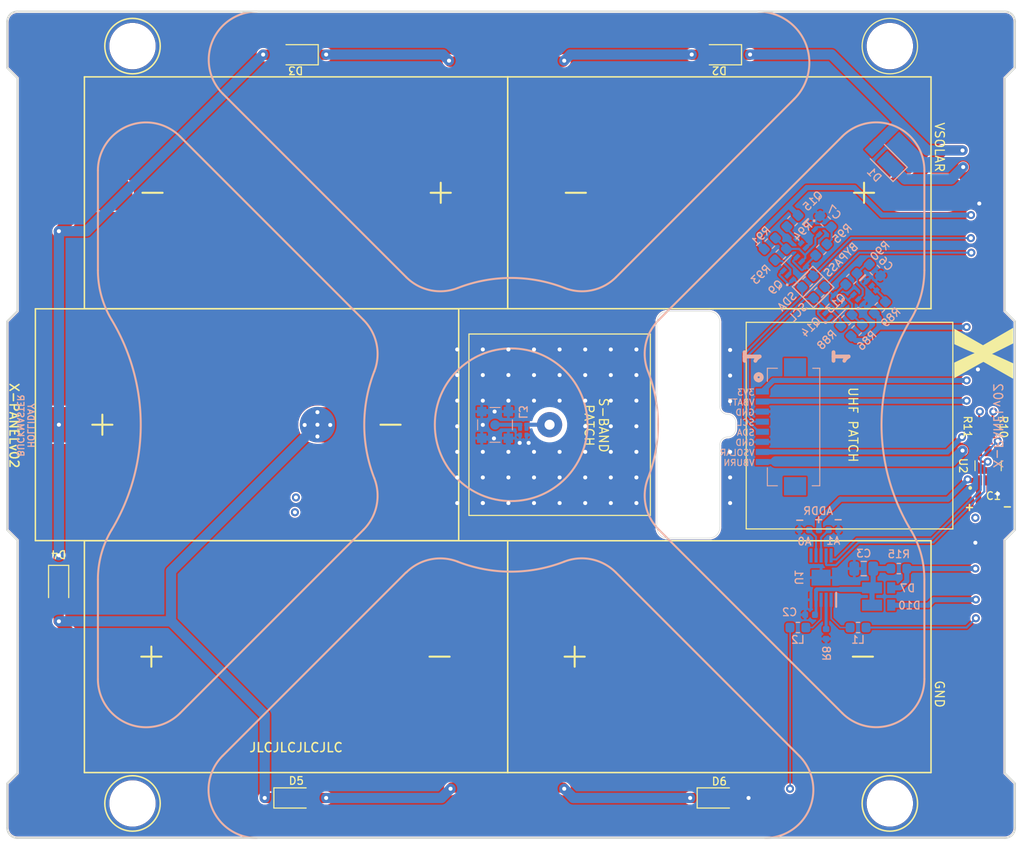
<source format=kicad_pcb>
(kicad_pcb (version 20200104) (host pcbnew "(5.99.0-868-g2a1594d07)")
  (layers (0 "F.Cu" signal) (1 "In1.Cu" signal) (2 "In2.Cu" signal) (3 "In3.Cu" signal) (4 "In4.Cu" signal) (31 "B.Cu" signal) (34 "B.Paste" user hide) (35 "F.Paste" user hide) (36 "B.SilkS" user) (37 "F.SilkS" user) (38 "B.Mask" user hide) (39 "F.Mask" user hide) (44 "Edge.Cuts" user))
  (net 0 "")
  (net 1 "GND")
  (net 2 "+3V3")
  (net 3 "SDA")
  (net 4 "SCL")
  (net 5 "Net-(R5-Pad1)")
  (net 6 "Net-(U1-Pad6)")
  (net 7 "/torque-coil")
  (net 8 "Net-(C2-Pad1)")
  (net 9 "Net-(D1-Pad2)")
  (net 10 "Net-(D2-Pad2)")
  (net 11 "Net-(D3-Pad2)")
  (net 12 "Net-(D4-Pad2)")
  (net 13 "Net-(R4-Pad1)")
  (net 14 "Net-(R8-Pad2)")
  (net 15 "Net-(R1-Pad1)")
  (net 16 "Net-(U2-Pad5)")
  (net 17 "/VBURN")
  (net 18 "Net-(J1-PadMP1)")
  (net 19 "VBATT")
  (net 20 "Net-(L1-Pad2)")
  (net 21 "Net-(L2-Pad2)")
  (net 22 "Net-(AE1-Pad1)")
  (net 23 "Net-(C4-Pad1)")
  (net 24 "/VSOLAR")
  (net 25 "Net-(D5-Pad2)")
  (net 26 "Net-(C6-Pad1)")
  (net 27 "Net-(C7-Pad1)")
  (net 28 "SDA1_b4iso")
  (net 29 "SCL1_b4iso")
  (net 30 "Net-(Q9-Pad2)")
  (net 31 "Net-(Q13-Pad2)")
  (net 32 "Net-(Q14-Pad2)")
  (net 33 "Net-(Q15-Pad3)")
  (net 34 "Net-(Q13-Pad6)")
  (net 35 "Net-(Q15-Pad5)")
  (module "custom-footprints:TSL2561" (layer "F.Cu") (at 195.8315 109.07268 90)
    (fp_text reference "U2" (at 0.00508 -2.48162 270 unlocked) (layer "F.SilkS") (effects (font (size 0.762 0.762) (thickness 0.127))))
    (fp_text value "TSL2561" hide)
    (pad "6" smd rect (at 1.45 -0.95 180) (size 0.7 1) (layers "F.Cu" "F.Paste" "F.Mask") (net 3 "SDA"))
    (pad "5" smd rect (at 1.45 0 180) (size 0.7 1) (layers "F.Cu" "F.Paste" "F.Mask") (net 16 "Net-(U2-Pad5)"))
    (pad "4" smd rect (at 1.45 0.95 180) (size 0.7 1) (layers "F.Cu" "F.Paste" "F.Mask") (net 4 "SCL"))
    (pad "3" smd rect (at -1.45 0.95 180) (size 0.7 1) (layers "F.Cu" "F.Paste" "F.Mask") (net 1 "GND"))
    (pad "2" smd rect (at -1.45 0 180) (size 0.7 1) (layers "F.Cu" "F.Paste" "F.Mask") (net 15 "Net-(R1-Pad1)"))
    (pad "1" smd rect (at -1.45 -0.95 180) (size 0.7 1) (layers "F.Cu" "F.Paste" "F.Mask") (net 2 "+3V3"))
  )
  (module "custom-footprints:xpanel" (layer "F.Cu") (at 195.3895 97.917 90)
    (fp_text reference "Ref**" hide)
    (fp_text value "Val**" hide)
  )
  (module "Resistor_SMD:R_0402_1005Metric" (layer "F.Cu") (at 194.945 105.283 90)
    (fp_text reference "R11" (at 0.0635 -1.143 270 unlocked) (layer "F.SilkS") (effects (font (size 0.762 0.762) (thickness 0.127))))
    (fp_text value "10K")
    (pad "2" smd roundrect (at 0.485 0 90) (size 0.59 0.64) (layers "F.Cu" "F.Paste" "F.Mask") (net 2 "+3V3"))
    (pad "1" smd roundrect (at -0.485 0 90) (size 0.59 0.64) (layers "F.Cu" "F.Paste" "F.Mask") (net 3 "SDA"))
  )
  (module "Resistor_SMD:R_0402_1005Metric" (layer "F.Cu") (at 196.2785 105.283 90)
    (fp_text reference "R10" (at 0.0635 1.0795 270 unlocked) (layer "F.SilkS") (effects (font (size 0.762 0.762) (thickness 0.127))))
    (fp_text value "10K")
    (pad "2" smd roundrect (at 0.485 0 90) (size 0.59 0.64) (layers "F.Cu" "F.Paste" "F.Mask") (net 2 "+3V3"))
    (pad "1" smd roundrect (at -0.485 0 90) (size 0.59 0.64) (layers "F.Cu" "F.Paste" "F.Mask") (net 4 "SCL"))
  )
  (module "custom-footprints:BSS138DWQ-7" (layer "B.Cu") (at 177.947534 86.31634 -135)
    (fp_text reference "Q15" (at -2.82829 2.138909 -315) (layer "B.SilkS") (effects (font (size 0.762 0.762) (thickness 0.127)) (justify mirror)))
    (fp_text value "BSS138DWQ-7" hide)
    (pad "1" smd rect (at -0.95 0.65 135) (size 0.4 0.6) (layers "B.Cu" "B.Paste" "B.Mask") (net 1 "GND"))
    (pad "2" smd rect (at -0.95 0 135) (size 0.4 0.6) (layers "B.Cu" "B.Paste" "B.Mask") (net 27 "Net-(C7-Pad1)"))
    (pad "3" smd rect (at -0.95 -0.65 135) (size 0.4 0.6) (layers "B.Cu" "B.Paste" "B.Mask") (net 33 "Net-(Q15-Pad3)"))
    (pad "4" smd rect (at 0.95 -0.65 135) (size 0.4 0.6) (layers "B.Cu" "B.Paste" "B.Mask") (net 1 "GND"))
    (pad "5" smd rect (at 0.95 0 135) (size 0.4 0.6) (layers "B.Cu" "B.Paste" "B.Mask") (net 35 "Net-(Q15-Pad5)"))
    (pad "6" smd rect (at 0.95 0.65 135) (size 0.4 0.6) (layers "B.Cu" "B.Paste" "B.Mask") (net 35 "Net-(Q15-Pad5)"))
  )
  (module "custom-footprints:SOD-323HE" (layer "B.Cu") (at 184.8612 122.9106)
    (fp_text reference "D10" (at 3.1623 0.0254) (layer "B.SilkS") (effects (font (size 0.762 0.762) (thickness 0.127)) (justify mirror)))
    (fp_text value "SBD")
    (pad "2" smd rect (at 1.35 0) (size 0.8 1.1) (layers "B.Cu" "B.Paste" "B.Mask") (net 19 "VBATT"))
    (pad "1" smd rect (at -0.55 0) (size 2 1.1) (layers "B.Cu" "B.Paste" "B.Mask") (net 8 "Net-(C2-Pad1)"))
  )
  (module "custom-footprints:SOD-323HE" (layer "B.Cu") (at 184.8612 121.1834)
    (fp_text reference "D7" (at 2.9718 0.0381) (layer "B.SilkS") (effects (font (size 0.762 0.762) (thickness 0.127)) (justify mirror)))
    (fp_text value "SBD")
    (pad "2" smd rect (at 1.35 0) (size 0.8 1.1) (layers "B.Cu" "B.Paste" "B.Mask") (net 2 "+3V3"))
    (pad "1" smd rect (at -0.55 0) (size 2 1.1) (layers "B.Cu" "B.Paste" "B.Mask") (net 8 "Net-(C2-Pad1)"))
  )
  (module "Package_TO_SOT_SMD:SOT-363_SC-70-6" (layer "B.Cu") (at 176.641759 89.504714 45)
    (fp_text reference "Q9" (at -2.659814 -0.01271 45) (layer "B.SilkS") (effects (font (size 0.762 0.762) (thickness 0.127)) (justify mirror)))
    (fp_text value "MBT2222ADW1T1")
    (pad "1" smd rect (at -0.95 0.65 45) (size 0.65 0.4) (layers "B.Cu" "B.Paste" "B.Mask") (net 28 "SDA1_b4iso"))
    (pad "3" smd rect (at -0.95 -0.65 45) (size 0.65 0.4) (layers "B.Cu" "B.Paste" "B.Mask") (net 28 "SDA1_b4iso"))
    (pad "5" smd rect (at 0.95 0 45) (size 0.65 0.4) (layers "B.Cu" "B.Paste" "B.Mask") (net 33 "Net-(Q15-Pad3)"))
    (pad "2" smd rect (at -0.95 0 45) (size 0.65 0.4) (layers "B.Cu" "B.Paste" "B.Mask") (net 30 "Net-(Q9-Pad2)"))
    (pad "4" smd rect (at 0.95 -0.65 45) (size 0.65 0.4) (layers "B.Cu" "B.Paste" "B.Mask") (net 3 "SDA"))
    (pad "6" smd rect (at 0.95 0.65 45) (size 0.65 0.4) (layers "B.Cu" "B.Paste" "B.Mask") (net 3 "SDA"))
  )
  (module "Resistor_SMD:R_0603_1608Metric" (layer "B.Cu") (at 182.785923 95.648878 45)
    (fp_text reference "R86" (at 0 1.43 45) (layer "B.SilkS") (effects (font (size 0.762 0.762) (thickness 0.127)) (justify mirror)))
    (fp_text value "10K")
    (pad "1" smd roundrect (at -0.7875 0 45) (size 0.875 0.95) (layers "B.Cu" "B.Paste" "B.Mask") (net 2 "+3V3"))
    (pad "2" smd roundrect (at 0.7875 0 45) (size 0.875 0.95) (layers "B.Cu" "B.Paste" "B.Mask") (net 34 "Net-(Q13-Pad6)"))
  )
  (module "Capacitor_SMD:C_0603_1608Metric" (layer "B.Cu") (at 184.5945 89.662 -45)
    (fp_text reference "C6" (at 0.314309 -1.212335 -45) (layer "B.SilkS") (effects (font (size 0.762 0.762) (thickness 0.127)) (justify mirror)))
    (fp_text value "10nF")
    (pad "1" smd roundrect (at -0.7875 0 315) (size 0.875 0.95) (layers "B.Cu" "B.Paste" "B.Mask") (net 26 "Net-(C6-Pad1)"))
    (pad "2" smd roundrect (at 0.7875 0 315) (size 0.875 0.95) (layers "B.Cu" "B.Paste" "B.Mask") (net 1 "GND"))
  )
  (module "Capacitor_SMD:C_0603_1608Metric" (layer "B.Cu") (at 179.705 84.835999 135)
    (fp_text reference "C7" (at 0.044901 1.212335 315) (layer "B.SilkS") (effects (font (size 0.762 0.762) (thickness 0.127)) (justify mirror)))
    (fp_text value "10nF")
    (pad "1" smd roundrect (at -0.7875 0 135) (size 0.875 0.95) (layers "B.Cu" "B.Paste" "B.Mask") (net 27 "Net-(C7-Pad1)"))
    (pad "2" smd roundrect (at 0.7875 0 135) (size 0.875 0.95) (layers "B.Cu" "B.Paste" "B.Mask") (net 1 "GND"))
  )
  (module "Resistor_SMD:R_0603_1608Metric" (layer "B.Cu") (at 186.9694 119.2784 180)
    (fp_text reference "R15" (at 0 1.43) (layer "B.SilkS") (effects (font (size 0.762 0.762) (thickness 0.127)) (justify mirror)))
    (fp_text value "0")
    (pad "2" smd roundrect (at 0.7875 0 180) (size 0.875 0.95) (layers "B.Cu" "B.Paste" "B.Mask") (net 8 "Net-(C2-Pad1)"))
    (pad "1" smd roundrect (at -0.7875 0 180) (size 0.875 0.95) (layers "B.Cu" "B.Paste" "B.Mask") (net 2 "+3V3"))
  )
  (module "Resistor_SMD:R_0603_1608Metric" (layer "B.Cu") (at 179.07 91.8845 45)
    (fp_text reference "R79" hide)
    (fp_text value "0")
    (pad "1" smd roundrect (at -0.7875 0 45) (size 0.875 0.95) (layers "B.Cu" "B.Paste" "B.Mask") (net 29 "SCL1_b4iso"))
    (pad "2" smd roundrect (at 0.7875 0 45) (size 0.875 0.95) (layers "B.Cu" "B.Paste" "B.Mask") (net 4 "SCL"))
  )
  (module "Resistor_SMD:R_0603_1608Metric" (layer "B.Cu") (at 177.927 90.804999 45)
    (fp_text reference "R80" hide)
    (fp_text value "0")
    (pad "1" smd roundrect (at -0.7875 0 45) (size 0.875 0.95) (layers "B.Cu" "B.Paste" "B.Mask") (net 28 "SDA1_b4iso"))
    (pad "2" smd roundrect (at 0.7875 0 45) (size 0.875 0.95) (layers "B.Cu" "B.Paste" "B.Mask") (net 3 "SDA"))
  )
  (module "Resistor_SMD:R_0603_1608Metric" (layer "B.Cu") (at 181.771113 94.634068 -135)
    (fp_text reference "R88" (at 2.749617 -0.007297 -315) (layer "B.SilkS") (effects (font (size 0.762 0.762) (thickness 0.127)) (justify mirror)))
    (fp_text value "600")
    (pad "1" smd roundrect (at -0.7875 0 225) (size 0.875 0.95) (layers "B.Cu" "B.Paste" "B.Mask") (net 34 "Net-(Q13-Pad6)"))
    (pad "2" smd roundrect (at 0.7875 0 225) (size 0.875 0.95) (layers "B.Cu" "B.Paste" "B.Mask") (net 32 "Net-(Q14-Pad2)"))
  )
  (module "Resistor_SMD:R_0603_1608Metric" (layer "B.Cu") (at 185.083257 93.365796 -135)
    (fp_text reference "R89" (at -0.073213 -1.480644 45) (layer "B.SilkS") (effects (font (size 0.762 0.762) (thickness 0.127)) (justify mirror)))
    (fp_text value "10K")
    (pad "2" smd roundrect (at 0.7875 0 225) (size 0.875 0.95) (layers "B.Cu" "B.Paste" "B.Mask") (net 2 "+3V3"))
    (pad "1" smd roundrect (at -0.7875 0 225) (size 0.875 0.95) (layers "B.Cu" "B.Paste" "B.Mask") (net 31 "Net-(Q13-Pad2)"))
  )
  (module "Resistor_SMD:R_0603_1608Metric" (layer "B.Cu") (at 182.264363 90.546902 -135)
    (fp_text reference "R90" (at -3.979625 -0.034107 -315) (layer "B.SilkS") (effects (font (size 0.762 0.762) (thickness 0.127)) (justify mirror)))
    (fp_text value "100K")
    (pad "2" smd roundrect (at 0.7875 0 225) (size 0.875 0.95) (layers "B.Cu" "B.Paste" "B.Mask") (net 4 "SCL"))
    (pad "1" smd roundrect (at -0.7875 0 225) (size 0.875 0.95) (layers "B.Cu" "B.Paste" "B.Mask") (net 26 "Net-(C6-Pad1)"))
  )
  (module "Resistor_SMD:R_0603_1608Metric" (layer "B.Cu") (at 174.173816 87.036771 45)
    (fp_text reference "R91" (at -0.100441 -1.147342 45) (layer "B.SilkS") (effects (font (size 0.762 0.762) (thickness 0.127)) (justify mirror)))
    (fp_text value "10K")
    (pad "1" smd roundrect (at -0.7875 0 45) (size 0.875 0.95) (layers "B.Cu" "B.Paste" "B.Mask") (net 2 "+3V3"))
    (pad "2" smd roundrect (at 0.7875 0 45) (size 0.875 0.95) (layers "B.Cu" "B.Paste" "B.Mask") (net 33 "Net-(Q15-Pad3)"))
  )
  (module "Resistor_SMD:R_0603_1608Metric" (layer "B.Cu") (at 175.26 88.1126 45)
    (fp_text reference "R93" (at -2.80184 0.017961 45) (layer "B.SilkS") (effects (font (size 0.762 0.762) (thickness 0.127)) (justify mirror)))
    (fp_text value "600")
    (pad "1" smd roundrect (at -0.7875 0 45) (size 0.875 0.95) (layers "B.Cu" "B.Paste" "B.Mask") (net 30 "Net-(Q9-Pad2)"))
    (pad "2" smd roundrect (at 0.7875 0 45) (size 0.875 0.95) (layers "B.Cu" "B.Paste" "B.Mask") (net 33 "Net-(Q15-Pad3)"))
  )
  (module "Resistor_SMD:R_0603_1608Metric" (layer "B.Cu") (at 176.42089 84.789697 45)
    (fp_text reference "R94" (at 0 1.43 45) (layer "B.SilkS") (effects (font (size 0.762 0.762) (thickness 0.127)) (justify mirror)))
    (fp_text value "10K")
    (pad "2" smd roundrect (at 0.7875 0 45) (size 0.875 0.95) (layers "B.Cu" "B.Paste" "B.Mask") (net 2 "+3V3"))
    (pad "1" smd roundrect (at -0.7875 0 45) (size 0.875 0.95) (layers "B.Cu" "B.Paste" "B.Mask") (net 35 "Net-(Q15-Pad5)"))
  )
  (module "Resistor_SMD:R_0603_1608Metric" (layer "B.Cu") (at 179.276612 87.645419 -135)
    (fp_text reference "R95" (at -2.603784 -0.336914 -315) (layer "B.SilkS") (effects (font (size 0.762 0.762) (thickness 0.127)) (justify mirror)))
    (fp_text value "100K")
    (pad "1" smd roundrect (at -0.7875 0 225) (size 0.875 0.95) (layers "B.Cu" "B.Paste" "B.Mask") (net 27 "Net-(C7-Pad1)"))
    (pad "2" smd roundrect (at 0.7875 0 225) (size 0.875 0.95) (layers "B.Cu" "B.Paste" "B.Mask") (net 3 "SDA"))
  )
  (module "Package_TO_SOT_SMD:SOT-363_SC-70-6" (layer "B.Cu") (at 180.370193 93.233148 45)
    (fp_text reference "Q14" (at -2.974123 -0.032061 45) (layer "B.SilkS") (effects (font (size 0.762 0.762) (thickness 0.127)) (justify mirror)))
    (fp_text value "MBT2222ADW1T1")
    (pad "1" smd rect (at -0.95 0.65 45) (size 0.65 0.4) (layers "B.Cu" "B.Paste" "B.Mask") (net 29 "SCL1_b4iso"))
    (pad "3" smd rect (at -0.95 -0.65 45) (size 0.65 0.4) (layers "B.Cu" "B.Paste" "B.Mask") (net 29 "SCL1_b4iso"))
    (pad "5" smd rect (at 0.95 0 45) (size 0.65 0.4) (layers "B.Cu" "B.Paste" "B.Mask") (net 34 "Net-(Q13-Pad6)"))
    (pad "2" smd rect (at -0.95 0 45) (size 0.65 0.4) (layers "B.Cu" "B.Paste" "B.Mask") (net 32 "Net-(Q14-Pad2)"))
    (pad "4" smd rect (at 0.95 -0.65 45) (size 0.65 0.4) (layers "B.Cu" "B.Paste" "B.Mask") (net 4 "SCL"))
    (pad "6" smd rect (at 0.95 0.65 45) (size 0.65 0.4) (layers "B.Cu" "B.Paste" "B.Mask") (net 4 "SCL"))
  )
  (module "custom-footprints:BSS138DWQ-7" (layer "B.Cu") (at 183.602422 91.884961 -135)
    (fp_text reference "Q13" (at 2.812191 1.284896 45) (layer "B.SilkS") (effects (font (size 0.762 0.762) (thickness 0.127)) (justify mirror)))
    (fp_text value "BSS138DWQ-7" hide)
    (pad "1" smd rect (at -0.95 0.65 135) (size 0.4 0.6) (layers "B.Cu" "B.Paste" "B.Mask") (net 1 "GND"))
    (pad "2" smd rect (at -0.95 0 135) (size 0.4 0.6) (layers "B.Cu" "B.Paste" "B.Mask") (net 31 "Net-(Q13-Pad2)"))
    (pad "3" smd rect (at -0.95 -0.65 135) (size 0.4 0.6) (layers "B.Cu" "B.Paste" "B.Mask") (net 31 "Net-(Q13-Pad2)"))
    (pad "4" smd rect (at 0.95 -0.65 135) (size 0.4 0.6) (layers "B.Cu" "B.Paste" "B.Mask") (net 1 "GND"))
    (pad "5" smd rect (at 0.95 0 135) (size 0.4 0.6) (layers "B.Cu" "B.Paste" "B.Mask") (net 26 "Net-(C6-Pad1)"))
    (pad "6" smd rect (at 0.95 0.65 135) (size 0.4 0.6) (layers "B.Cu" "B.Paste" "B.Mask") (net 34 "Net-(Q13-Pad6)"))
  )
  (module "Resistor_SMD:R_0402_1005Metric" (layer "F.Cu") (at 195.3095 113.18748 180)
    (fp_text reference "R1" hide)
    (fp_text value "0")
    (pad "1" smd roundrect (at -0.485 0 180) (size 0.59 0.64) (layers "F.Cu" "F.Paste" "F.Mask") (net 15 "Net-(R1-Pad1)"))
    (pad "2" smd roundrect (at 0.485 0 180) (size 0.59 0.64) (layers "F.Cu" "F.Paste" "F.Mask") (net 2 "+3V3"))
  )
  (module "Capacitor_SMD:C_0402_1005Metric" (layer "F.Cu") (at 194.3735 112.04448 180)
    (fp_text reference "C1" (at -1.9939 -0.0254 unlocked) (layer "F.SilkS") (effects (font (size 0.762 0.762) (thickness 0.127))))
    (fp_text value "0.1uF")
    (pad "1" smd roundrect (at -0.485 0 180) (size 0.59 0.64) (layers "F.Cu" "F.Paste" "F.Mask") (net 2 "+3V3"))
    (pad "2" smd roundrect (at 0.485 0 180) (size 0.59 0.64) (layers "F.Cu" "F.Paste" "F.Mask") (net 1 "GND"))
  )
  (module "Resistor_SMD:R_0402_1005Metric" (layer "F.Cu") (at 196.2785 113.18748 180)
    (fp_text reference "R2" hide)
    (fp_text value "0")
    (pad "1" smd roundrect (at -0.485 0 180) (size 0.59 0.64) (layers "F.Cu" "F.Paste" "F.Mask") (net 1 "GND"))
    (pad "2" smd roundrect (at 0.485 0 180) (size 0.59 0.64) (layers "F.Cu" "F.Paste" "F.Mask") (net 15 "Net-(R1-Pad1)"))
  )
  (module "Inductor_SMD:L_0603_1608Metric" (layer "B.Cu") (at 182.92506 125.12748 180)
    (fp_text reference "L1" (at 0 -1.2065) (layer "B.SilkS") (effects (font (size 0.762 0.762) (thickness 0.127)) (justify mirror)))
    (fp_text value "TBD")
    (pad "2" smd roundrect (at 0.7875 0 180) (size 0.875 0.95) (layers "B.Cu" "B.Paste" "B.Mask") (net 20 "Net-(L1-Pad2)"))
    (pad "1" smd roundrect (at -0.7875 0 180) (size 0.875 0.95) (layers "B.Cu" "B.Paste" "B.Mask") (net 7 "/torque-coil"))
  )
  (module "Capacitor_SMD:C_0402_1005Metric" (layer "B.Cu") (at 178.16256 123.85748 180)
    (fp_text reference "C2" (at 2.032 0.254 unlocked) (layer "B.SilkS") (effects (font (size 0.762 0.762) (thickness 0.127)) (justify mirror)))
    (fp_text value "0.1uF")
    (pad "2" smd roundrect (at 0.485 0 180) (size 0.59 0.64) (layers "B.Cu" "B.Paste" "B.Mask") (net 1 "GND"))
    (pad "1" smd roundrect (at -0.485 0 180) (size 0.59 0.64) (layers "B.Cu" "B.Paste" "B.Mask") (net 8 "Net-(C2-Pad1)"))
  )
  (module "Inductor_SMD:L_0603_1608Metric" (layer "B.Cu") (at 176.95606 125.12748)
    (fp_text reference "L2" (at 0 1.2065) (layer "B.SilkS") (effects (font (size 0.762 0.762) (thickness 0.127)) (justify mirror)))
    (fp_text value "TBD")
    (pad "2" smd roundrect (at 0.7875 0) (size 0.875 0.95) (layers "B.Cu" "B.Paste" "B.Mask") (net 21 "Net-(L2-Pad2)"))
    (pad "1" smd roundrect (at -0.7875 0) (size 0.875 0.95) (layers "B.Cu" "B.Paste" "B.Mask") (net 7 "/torque-coil"))
  )
  (module "Capacitor_SMD:C_0805_2012Metric" (layer "B.Cu") (at 183.4896 119.2784 180)
    (fp_text reference "C3" (at 0 1.4986 unlocked) (layer "B.SilkS") (effects (font (size 0.762 0.762) (thickness 0.127)) (justify mirror)))
    (fp_text value "10uF")
    (pad "2" smd roundrect (at 0.9375 0 180) (size 0.975 1.4) (layers "B.Cu" "B.Paste" "B.Mask") (net 1 "GND"))
    (pad "1" smd roundrect (at -0.9375 0 180) (size 0.975 1.4) (layers "B.Cu" "B.Paste" "B.Mask") (net 8 "Net-(C2-Pad1)"))
  )
  (module "Resistor_SMD:R_0402_1005Metric" (layer "B.Cu") (at 180.48986 115.443 180)
    (fp_text reference "R6" hide)
    (fp_text value "0")
    (pad "2" smd roundrect (at 0.485 0 180) (size 0.59 0.64) (layers "B.Cu" "B.Paste" "B.Mask") (net 13 "Net-(R4-Pad1)"))
    (pad "1" smd roundrect (at -0.485 0 180) (size 0.59 0.64) (layers "B.Cu" "B.Paste" "B.Mask") (net 1 "GND"))
  )
  (module "Resistor_SMD:R_0402_1005Metric" (layer "B.Cu") (at 178.55946 115.443)
    (fp_text reference "R5" hide)
    (fp_text value "0")
    (pad "2" smd roundrect (at 0.485 0) (size 0.59 0.64) (layers "B.Cu" "B.Paste" "B.Mask") (net 2 "+3V3"))
    (pad "1" smd roundrect (at -0.485 0) (size 0.59 0.64) (layers "B.Cu" "B.Paste" "B.Mask") (net 5 "Net-(R5-Pad1)"))
  )
  (module "Resistor_SMD:R_0402_1005Metric" (layer "B.Cu") (at 179.75476 125.76248 90)
    (fp_text reference "R8" (at -1.9304 0.008 270 unlocked) (layer "B.SilkS") (effects (font (size 0.762 0.762) (thickness 0.127)) (justify mirror)))
    (fp_text value "0")
    (pad "2" smd roundrect (at 0.485 0 90) (size 0.59 0.64) (layers "B.Cu" "B.Paste" "B.Mask") (net 14 "Net-(R8-Pad2)"))
    (pad "1" smd roundrect (at -0.485 0 90) (size 0.59 0.64) (layers "B.Cu" "B.Paste" "B.Mask") (net 1 "GND"))
  )
  (module "custom-footprints:DRV8830DGQR" (layer "B.Cu") (at 179.25476 120.17448 90)
    (fp_text reference "U1" (at 0.0274 -2.2193 270 unlocked) (layer "B.SilkS") (effects (font (size 0.762 0.762) (thickness 0.127)) (justify mirror)))
    (fp_text value "DRV8830DGQR" hide)
    (pad "11" smd rect (at 0 0 90) (size 1.57 1.88) (layers "B.Cu" "B.Paste" "B.Mask") (net 1 "GND"))
    (pad "10" smd rect (at 2.2 1) (size 0.3 1.4) (layers "B.Cu" "B.Paste" "B.Mask") (net 4 "SCL"))
    (pad "9" smd rect (at 2.2 0.5) (size 0.3 1.4) (layers "B.Cu" "B.Paste" "B.Mask") (net 3 "SDA"))
    (pad "8" smd rect (at 2.2 0) (size 0.3 1.4) (layers "B.Cu" "B.Paste" "B.Mask") (net 13 "Net-(R4-Pad1)"))
    (pad "7" smd rect (at 2.2 -0.5) (size 0.3 1.4) (layers "B.Cu" "B.Paste" "B.Mask") (net 5 "Net-(R5-Pad1)"))
    (pad "6" smd rect (at 2.2 -1) (size 0.3 1.4) (layers "B.Cu" "B.Paste" "B.Mask") (net 6 "Net-(U1-Pad6)"))
    (pad "5" smd rect (at -2.2 -1) (size 0.3 1.4) (layers "B.Cu" "B.Paste" "B.Mask") (net 1 "GND"))
    (pad "4" smd rect (at -2.2 -0.5) (size 0.3 1.4) (layers "B.Cu" "B.Paste" "B.Mask") (net 8 "Net-(C2-Pad1)"))
    (pad "3" smd rect (at -2.2 0) (size 0.3 1.4) (layers "B.Cu" "B.Paste" "B.Mask") (net 21 "Net-(L2-Pad2)"))
    (pad "2" smd rect (at -2.2 0.5) (size 0.3 1.4) (layers "B.Cu" "B.Paste" "B.Mask") (net 14 "Net-(R8-Pad2)"))
    (pad "1" smd rect (at -2.2 1) (size 0.3 1.4) (layers "B.Cu" "B.Paste" "B.Mask") (net 20 "Net-(L1-Pad2)"))
  )
  (module "Resistor_SMD:R_0402_1005Metric" (layer "B.Cu") (at 179.52466 115.443 180)
    (fp_text reference "R4" hide)
    (fp_text value "0")
    (pad "2" smd roundrect (at 0.485 0 180) (size 0.59 0.64) (layers "B.Cu" "B.Paste" "B.Mask") (net 2 "+3V3"))
    (pad "1" smd roundrect (at -0.485 0 180) (size 0.59 0.64) (layers "B.Cu" "B.Paste" "B.Mask") (net 13 "Net-(R4-Pad1)"))
  )
  (module "Resistor_SMD:R_0402_1005Metric" (layer "B.Cu") (at 177.59426 115.443)
    (fp_text reference "R7" hide)
    (fp_text value "0")
    (pad "2" smd roundrect (at 0.485 0) (size 0.59 0.64) (layers "B.Cu" "B.Paste" "B.Mask") (net 5 "Net-(R5-Pad1)"))
    (pad "1" smd roundrect (at -0.485 0) (size 0.59 0.64) (layers "B.Cu" "B.Paste" "B.Mask") (net 1 "GND"))
  )
  (module "custom-footprints:XF3M108151B" (layer "B.Cu") (at 173.9265 104.2035 -90)
    (fp_text reference "J1" hide)
    (fp_text value "XF3M(1)-0815-1B" hide)
    (pad "8" smd rect (at 4.5 0.5 270) (size 0.6 1.3) (layers "B.Cu" "B.Paste" "B.Mask") (net 17 "/VBURN"))
    (pad "7" smd rect (at 3.5 0.5 270) (size 0.6 1.3) (layers "B.Cu" "B.Paste" "B.Mask") (net 24 "/VSOLAR"))
    (pad "MP2" smd rect (at 6.9 -2.75 270) (size 1.8 2.2) (layers "B.Cu" "B.Paste" "B.Mask") (net 18 "Net-(J1-PadMP1)"))
    (pad "MP1" smd rect (at -4.9 -2.75 270) (size 1.8 2.2) (layers "B.Cu" "B.Paste" "B.Mask") (net 18 "Net-(J1-PadMP1)"))
    (pad "6" smd rect (at 2.5 0.5 270) (size 0.6 1.3) (layers "B.Cu" "B.Paste" "B.Mask") (net 1 "GND"))
    (pad "5" smd rect (at 1.5 0.5 270) (size 0.6 1.3) (layers "B.Cu" "B.Paste" "B.Mask") (net 28 "SDA1_b4iso"))
    (pad "4" smd rect (at 0.5 0.5 270) (size 0.6 1.3) (layers "B.Cu" "B.Paste" "B.Mask") (net 29 "SCL1_b4iso"))
    (pad "3" smd rect (at -0.5 0.5 270) (size 0.6 1.3) (layers "B.Cu" "B.Paste" "B.Mask") (net 1 "GND"))
    (pad "2" smd rect (at -1.5 0.5 270) (size 0.6 1.3) (layers "B.Cu" "B.Paste" "B.Mask") (net 19 "VBATT"))
    (pad "1" smd rect (at -2.5 0.5 270) (size 0.6 1.3) (layers "B.Cu" "B.Paste" "B.Mask") (net 2 "+3V3"))
  )
  (module "Diode_SMD:D_PowerDI-123" (layer "F.Cu") (at 169.164 142.0368)
    (fp_text reference "D6" (at 0 -1.6383) (layer "F.SilkS") (effects (font (size 0.762 0.762) (thickness 0.127))))
    (fp_text value "SBD")
    (pad "2" smd rect (at 1.525 0 180) (size 1.05 1.5) (layers "F.Cu" "F.Paste" "F.Mask") (net 1 "GND"))
    (pad "1" smd rect (at -0.85 0 180) (size 2.4 1.5) (layers "F.Cu" "F.Paste" "F.Mask") (net 25 "Net-(D5-Pad2)"))
  )
  (module "MountingHole:MountingHole_4.3mm_M4" (layer "F.Cu") (at 110.937827 142.580381)
    (fp_text reference "H4" hide)
    (fp_text value "MountingHole")
    (pad "1" np_thru_hole circle (at 0 0) (size 4.3 4.3) (drill 4.3) (layers *.Cu *.Mask))
  )
  (module "MountingHole:MountingHole_4.3mm_M4" (layer "F.Cu") (at 186.079825 142.580381)
    (fp_text reference "H3" hide)
    (fp_text value "MountingHole")
    (pad "1" np_thru_hole circle (at 0 0) (size 4.3 4.3) (drill 4.3) (layers *.Cu *.Mask))
  )
  (module "MountingHole:MountingHole_4.3mm_M4" (layer "F.Cu") (at 186.079825 67.438381)
    (fp_text reference "H2" hide)
    (fp_text value "MountingHole")
    (pad "1" np_thru_hole circle (at 0 0) (size 4.3 4.3) (drill 4.3) (layers *.Cu *.Mask))
  )
  (module "MountingHole:MountingHole_4.3mm_M4" (layer "F.Cu") (at 110.937827 67.438381)
    (fp_text reference "H1" hide)
    (fp_text value "MountingHole")
    (pad "1" np_thru_hole circle (at 0 0) (size 4.3 4.3) (drill 4.3) (layers *.Cu *.Mask))
  )
  (module "Inductor_SMD:L_0201_0603Metric" (layer "B.Cu") (at 149.7076 105.0036 180)
    (fp_text reference "L3" (at 0.0381 1.2446 270 unlocked) (layer "B.SilkS") (effects (font (size 0.762 0.762) (thickness 0.127)) (justify mirror)))
    (fp_text value "TBD")
    (pad "2" smd roundrect (at 0.32 0 180) (size 0.46 0.4) (layers "B.Cu" "B.Mask") (net 23 "Net-(C4-Pad1)"))
    (pad "1" smd roundrect (at -0.32 0 180) (size 0.46 0.4) (layers "B.Cu" "B.Mask") (net 22 "Net-(AE1-Pad1)"))
  )
  (module "Capacitor_SMD:C_0201_0603Metric" (layer "B.Cu") (at 150.0276 105.7021 -90)
    (fp_text reference "C5" hide)
    (fp_text value "TBD")
    (pad "2" smd roundrect (at 0.32 0 270) (size 0.46 0.4) (layers "B.Cu" "B.Mask") (net 1 "GND"))
    (pad "1" smd roundrect (at -0.32 0 270) (size 0.46 0.4) (layers "B.Cu" "B.Mask") (net 22 "Net-(AE1-Pad1)"))
  )
  (module "Capacitor_SMD:C_0201_0603Metric" (layer "B.Cu") (at 149.3876 105.7021 -90)
    (fp_text reference "C4" hide)
    (fp_text value "TBD")
    (pad "2" smd roundrect (at 0.32 0 270) (size 0.46 0.4) (layers "B.Cu" "B.Mask") (net 1 "GND"))
    (pad "1" smd roundrect (at -0.32 0 270) (size 0.46 0.4) (layers "B.Cu" "B.Mask") (net 23 "Net-(C4-Pad1)"))
  )
  (module "custom-footprints:SXP.18.4.A.02" (layer "F.Cu") (at 152.3187 105.0036)
    (fp_text reference "AE1" hide)
    (fp_text value "SXP.18.4.A.02")
    (pad "1" thru_hole circle (at 0 0) (size 2.5 2.5) (drill 1) (layers "B.Cu" "B.Mask") (net 22 "Net-(AE1-Pad1)") (clearance 0.5))
  )
  (module "custom-footprints:SM141K06L" (layer "F.Cu") (at 169.164 81.9912)
    (fp_text reference "SC1" hide)
    (fp_text value "SM141K06L")
    (pad "2" smd circle (at -18 0) (size 3.5 3.5) (layers "F.Cu" "F.Paste" "F.Mask") (net 10 "Net-(D2-Pad2)"))
    (pad "1" smd circle (at 18 0) (size 3.5 3.5) (layers "F.Cu" "F.Paste" "F.Mask") (net 9 "Net-(D1-Pad2)"))
  )
  (module "custom-footprints:SM141K06L" (layer "F.Cu") (at 122.301 105.0036 180)
    (fp_text reference "SC3" hide)
    (fp_text value "SM141K06L")
    (pad "2" smd circle (at -18 0 180) (size 3.5 3.5) (layers "F.Cu" "F.Paste" "F.Mask") (net 12 "Net-(D4-Pad2)"))
    (pad "1" smd circle (at 18 0 180) (size 3.5 3.5) (layers "F.Cu" "F.Paste" "F.Mask") (net 11 "Net-(D3-Pad2)"))
  )
  (module "custom-footprints:SM141K06L" (layer "F.Cu") (at 169.164 128.016 180)
    (fp_text reference "SC6" hide)
    (fp_text value "SM141K06L")
    (pad "2" smd circle (at -18 0 180) (size 3.500001 3.500001) (layers "F.Cu" "F.Paste" "F.Mask") (net 1 "GND"))
    (pad "1" smd circle (at 18 0 180) (size 3.5 3.5) (layers "F.Cu" "F.Paste" "F.Mask") (net 25 "Net-(D5-Pad2)"))
  )
  (module "custom-footprints:SM141K06L" (layer "F.Cu") (at 127.164 128.016 180)
    (fp_text reference "SC5" hide)
    (fp_text value "SM141K06L")
    (pad "2" smd circle (at -18 0 180) (size 3.5 3.5) (layers "F.Cu" "F.Paste" "F.Mask") (net 25 "Net-(D5-Pad2)"))
    (pad "1" smd circle (at 18 0 180) (size 3.5 3.5) (layers "F.Cu" "F.Paste" "F.Mask") (net 12 "Net-(D4-Pad2)"))
  )
  (module "custom-footprints:SM141K06L" (layer "F.Cu") (at 127.164 81.9912)
    (fp_text reference "SC2" hide)
    (fp_text value "SM141K06L")
    (pad "2" smd circle (at -18 0) (size 3.5 3.5) (layers "F.Cu" "F.Paste" "F.Mask") (net 11 "Net-(D3-Pad2)"))
    (pad "1" smd circle (at 18 0) (size 3.5 3.5) (layers "F.Cu" "F.Paste" "F.Mask") (net 10 "Net-(D2-Pad2)"))
  )
  (module "custom-footprints:0734152063" (layer "B.Cu") (at 146.90598 105.01884)
    (fp_text reference "J2" hide)
    (fp_text value "MMCX_SMD" hide)
    (pad "5" smd rect (at 1.32 1.32 270) (size 0.94 0.94) (layers "B.Cu" "B.Paste" "B.Mask") (net 1 "GND"))
    (pad "4" smd rect (at 1.32 -1.32 270) (size 0.94 0.94) (layers "B.Cu" "B.Paste" "B.Mask") (net 1 "GND"))
    (pad "3" smd rect (at -1.32 -1.32 270) (size 0.94 0.94) (layers "B.Cu" "B.Paste" "B.Mask") (net 1 "GND"))
    (pad "2" smd rect (at -1.32 1.32 270) (size 0.94 0.94) (layers "B.Cu" "B.Paste" "B.Mask") (net 1 "GND"))
    (pad "1" smd circle (at 0 0 270) (size 0.94 0.94) (layers "B.Cu" "B.Paste" "B.Mask") (net 23 "Net-(C4-Pad1)"))
  )
  (module "Fiducial:Fiducial_0.75mm_Mask1.5mm" (layer "F.Cu") (at 99.6696 144.78)
    (fp_text reference "FID3" hide)
    (fp_text value "Fiducial")
    (pad "" smd circle (at 0 0) (size 0.75 0.75) (layers "F.Cu" "F.Mask") (clearance 0.375))
  )
  (module "Fiducial:Fiducial_0.75mm_Mask1.5mm" (layer "F.Cu") (at 99.9236 65.278)
    (fp_text reference "FID2" hide)
    (fp_text value "Fiducial")
    (pad "" smd circle (at 0 0) (size 0.75 0.75) (layers "F.Cu" "F.Mask") (clearance 0.375))
  )
  (module "Fiducial:Fiducial_0.75mm_Mask1.5mm" (layer "F.Cu") (at 197.2056 65.3796)
    (fp_text reference "FID1" hide)
    (fp_text value "Fiducial")
    (pad "" smd circle (at 0 0) (size 0.75 0.75) (layers "F.Cu" "F.Mask") (clearance 0.375))
  )
  (module "Diode_SMD:D_PowerDI-123" (layer "F.Cu") (at 127.164 142.0368)
    (fp_text reference "D5" (at 0.0265 -1.7018 unlocked) (layer "F.SilkS") (effects (font (size 0.762 0.762) (thickness 0.127))))
    (fp_text value "SBD")
    (pad "2" smd rect (at 1.525 0 180) (size 1.05 1.5) (layers "F.Cu" "F.Paste" "F.Mask") (net 25 "Net-(D5-Pad2)"))
    (pad "1" smd rect (at -0.85 0 180) (size 2.4 1.5) (layers "F.Cu" "F.Paste" "F.Mask") (net 12 "Net-(D4-Pad2)"))
  )
  (module "Diode_SMD:D_PowerDI-123" (layer "F.Cu") (at 103.6066 121.158 -90)
    (fp_text reference "D4" (at -3.302 0 180 unlocked) (layer "F.SilkS") (effects (font (size 0.762 0.762) (thickness 0.127))))
    (fp_text value "SBD")
    (pad "2" smd rect (at 1.525 0 90) (size 1.05 1.5) (layers "F.Cu" "F.Paste" "F.Mask") (net 12 "Net-(D4-Pad2)"))
    (pad "1" smd rect (at -0.85 0 90) (size 2.4 1.5) (layers "F.Cu" "F.Paste" "F.Mask") (net 11 "Net-(D3-Pad2)"))
  )
  (module "Diode_SMD:D_PowerDI-123" (layer "F.Cu") (at 127.164 68.29552 180)
    (fp_text reference "D3" (at 0.037 -1.55448 180 unlocked) (layer "F.SilkS") (effects (font (size 0.762 0.762) (thickness 0.127))))
    (fp_text value "SBD")
    (pad "2" smd rect (at 1.525 0) (size 1.05 1.5) (layers "F.Cu" "F.Paste" "F.Mask") (net 11 "Net-(D3-Pad2)"))
    (pad "1" smd rect (at -0.85 0) (size 2.4 1.5) (layers "F.Cu" "F.Paste" "F.Mask") (net 10 "Net-(D2-Pad2)"))
  )
  (module "Diode_SMD:D_PowerDI-123" (layer "F.Cu") (at 169.164 68.29552 180)
    (fp_text reference "D2" (at 0 -1.55448 180 unlocked) (layer "F.SilkS") (effects (font (size 0.762 0.762) (thickness 0.127))))
    (fp_text value "SBD")
    (pad "2" smd rect (at 1.525 0) (size 1.05 1.5) (layers "F.Cu" "F.Paste" "F.Mask") (net 10 "Net-(D2-Pad2)"))
    (pad "1" smd rect (at -0.85 0) (size 2.4 1.5) (layers "F.Cu" "F.Paste" "F.Mask") (net 9 "Net-(D1-Pad2)"))
  )
  (module "Diode_SMD:D_PowerDI-123" (layer "B.Cu") (at 185.547 78.613 135)
    (fp_text reference "D1" (at -0.404112 -1.840953 315 unlocked) (layer "B.SilkS") (effects (font (size 0.762 0.762) (thickness 0.127)) (justify mirror)))
    (fp_text value "SBD")
    (pad "2" smd rect (at 1.525 0 315) (size 1.05 1.5) (layers "B.Cu" "B.Paste" "B.Mask") (net 9 "Net-(D1-Pad2)"))
    (pad "1" smd rect (at -0.85 0 315) (size 2.4 1.5) (layers "B.Cu" "B.Paste" "B.Mask") (net 24 "/VSOLAR"))
  )
  (gr_circle (center 194.04838 111.27232) (end 194.14838 111.27232) (layer "F.SilkS") (width 0.175))
  (gr_text "JLCJLCJLCJLC" (at 127.164 137.033) (layer "F.SilkS") (effects (font (size 0.9 0.9))))
  (gr_text "1" (at 172.339 98.2345 270) (layer "B.SilkS") (effects (font (size 1.5 1.5) (thickness 0.375)) (justify mirror)))
  (gr_text "BYPASS" (at 181.229 88.646 45) (layer "B.SilkS") (effects (font (size 0.762 0.762) (thickness 0.127)) (justify mirror)))
  (gr_text "SCL" (at 176.9745 93.853 45) (layer "B.SilkS") (effects (font (size 0.762 0.762) (thickness 0.127)) (justify mirror)))
  (gr_text "SDA" (at 175.895 92.7735 45) (layer "B.SilkS") (effects (font (size 0.762 0.762) (thickness 0.127)) (justify mirror)))
  (gr_line (start 178.4985 84.836) (end 178.4985 84.709) (layer "B.SilkS") (width 0.12))
  (gr_line (start 178.4985 84.709) (end 178.6255 84.709) (layer "B.SilkS") (width 0.12))
  (gr_line (start 178.6255 84.709) (end 178.6255 84.836) (layer "B.SilkS") (width 0.12))
  (gr_line (start 178.6255 84.836) (end 178.4985 84.836) (layer "B.SilkS") (width 0.12))
  (gr_line (start 182.88 93.4085) (end 183.007 93.4085) (layer "B.SilkS") (width 0.12))
  (gr_line (start 182.88 93.5355) (end 182.88 93.4085) (layer "B.SilkS") (width 0.12))
  (gr_line (start 183.007 93.5355) (end 182.88 93.5355) (layer "B.SilkS") (width 0.12))
  (gr_line (start 183.007 93.4085) (end 183.007 93.5355) (layer "B.SilkS") (width 0.12))
  (gr_line (start 179.6415 94.9325) (end 179.6415 94.8055) (layer "B.SilkS") (width 0.12))
  (gr_line (start 179.7685 94.9325) (end 179.6415 94.9325) (layer "B.SilkS") (width 0.12))
  (gr_line (start 179.7685 94.8055) (end 179.7685 94.9325) (layer "B.SilkS") (width 0.12))
  (gr_line (start 179.6415 94.8055) (end 179.7685 94.8055) (layer "B.SilkS") (width 0.12))
  (gr_line (start 180.5305 91.3765) (end 178.435 89.281) (layer "B.SilkS") (width 0.12))
  (gr_line (start 178.4985 93.4085) (end 180.5305 91.3765) (layer "B.SilkS") (width 0.12))
  (gr_line (start 176.403 91.313) (end 178.4985 93.4085) (layer "B.SilkS") (width 0.12))
  (gr_line (start 176.403 91.313) (end 178.435 89.281) (layer "B.SilkS") (width 0.12))
  (gr_line (start 175.8315 91.059) (end 175.9585 91.059) (layer "B.SilkS") (width 0.12))
  (gr_line (start 175.8315 91.186) (end 175.8315 91.059) (layer "B.SilkS") (width 0.12))
  (gr_line (start 175.9585 91.186) (end 175.8315 91.186) (layer "B.SilkS") (width 0.12))
  (gr_line (start 175.9585 91.059) (end 175.9585 91.186) (layer "B.SilkS") (width 0.12))
  (gr_line (start 179.451 90.3605) (end 177.4825 92.329) (layer "B.SilkS") (width 0.12))
  (gr_text "+" (at 179.07 114.427 270) (layer "B.SilkS") (effects (font (size 0.762 0.762) (thickness 0.1524)) (justify mirror)))
  (gr_text "-" (at 180.9496 114.3762) (layer "B.SilkS") (effects (font (size 0.762 0.762) (thickness 0.1524)) (justify mirror)))
  (gr_text "ADDR" (at 178.9684 113.5634) (layer "B.SilkS") (effects (font (size 0.762 0.762) (thickness 0.127)) (justify mirror)))
  (gr_text "A1" (at 180.467 116.5225) (layer "B.SilkS") (effects (font (size 0.762 0.762) (thickness 0.127)) (justify mirror)))
  (gr_text "A0" (at 177.6095 116.586) (layer "B.SilkS") (effects (font (size 0.762 0.762) (thickness 0.127)) (justify mirror)))
  (gr_text "-" (at 177.1396 114.427) (layer "B.SilkS") (effects (font (size 0.762 0.762) (thickness 0.1524)) (justify mirror)))
  (gr_text "GND" (at 191.008 131.7244 270) (layer "F.SilkS") (effects (font (size 0.889 0.889) (thickness 0.127))))
  (gr_text "1" (at 181.1655 98.2345 270) (layer "B.SilkS") (effects (font (size 1.5 1.5) (thickness 0.375)) (justify mirror)))
  (gr_text "UHF PATCH" (at 182.4228 105.0036 270) (layer "F.SilkS") (effects (font (size 0.889 0.889) (thickness 0.127))))
  (gr_circle (center 186.079825 67.437) (end 188.829825 67.437) (layer "F.SilkS") (width 0.12))
  (gr_circle (center 110.937827 67.438381) (end 113.687827 67.438381) (layer "F.SilkS") (width 0.1524))
  (gr_circle (center 110.937827 142.580381) (end 113.687827 142.580381) (layer "F.SilkS") (width 0.1524))
  (gr_circle (center 186.079825 142.580381) (end 188.829825 142.580381) (layer "F.SilkS") (width 0.1524))
  (gr_text "X-PANELv02" (at 196.7992 105.0942 270) (layer "B.SilkS") (effects (font (size 0.889 0.889) (thickness 0.127)) (justify mirror)))
  (gr_line (start 170.8006 104.7894) (end 170.8006 105.399) (layer "Edge.Cuts") (width 0.05))
  (gr_line (start 169.2148 106.9848) (end 169.2148 115.1858) (layer "Edge.Cuts") (width 0.05))
  (gr_arc (start 169.9768 104.7894) (end 170.8006 104.7894) (angle -90) (layer "Edge.Cuts") (width 0.05))
  (gr_arc (start 169.9768 105.399) (end 169.9768 106.2228) (angle -90) (layer "Edge.Cuts") (width 0.05))
  (gr_arc (start 169.9768 106.9848) (end 169.9768 106.2228) (angle -90) (layer "Edge.Cuts") (width 0.05))
  (gr_arc (start 169.9768 103.2036) (end 169.2148 103.2036) (angle -90) (layer "Edge.Cuts") (width 0.05))
  (gr_line (start 192.3288 115.3442) (end 171.8288 115.3442) (layer "F.SilkS") (width 0.12))
  (gr_line (start 171.8288 94.8442) (end 171.8288 115.3442) (layer "F.SilkS") (width 0.12))
  (gr_line (start 192.3288 115.3442) (end 192.3288 94.8442) (layer "F.SilkS") (width 0.12))
  (gr_line (start 171.8288 94.8442) (end 192.3288 94.8442) (layer "F.SilkS") (width 0.12))
  (gr_text "S-BAND\nPATCH" (at 156.9593 105.05694 270) (layer "F.SilkS") (effects (font (size 0.889 0.889) (thickness 0.127))))
  (gr_line (start 144.3187 96.0036) (end 162.3187 96.0036) (layer "F.SilkS") (width 0.12))
  (gr_line (start 144.3187 114.0036) (end 162.3187 114.0036) (layer "F.SilkS") (width 0.12))
  (gr_line (start 162.3187 96.0036) (end 162.3187 114.0036) (layer "F.SilkS") (width 0.12))
  (gr_line (start 144.3187 114.0036) (end 144.3187 96.0036) (layer "F.SilkS") (width 0.12))
  (gr_arc (start 164.025416 94.8214) (end 164.025416 93.7546) (angle -90) (layer "Edge.Cuts") (width 0.05))
  (gr_arc (start 168.148 94.8214) (end 169.2148 94.8214) (angle -90) (layer "Edge.Cuts") (width 0.05))
  (gr_arc (start 164.025416 115.1858) (end 162.958616 115.1858) (angle -90) (layer "Edge.Cuts") (width 0.05))
  (gr_arc (start 168.148 115.1858) (end 168.148 116.2526) (angle -90) (layer "Edge.Cuts") (width 0.05))
  (gr_text "VSOLAR" (at 191.008 77.47 270) (layer "F.SilkS") (effects (font (size 0.889 0.889) (thickness 0.127))))
  (gr_line (start 138.077599 119.658462) (end 119.879418 137.856642) (layer "B.SilkS") (width 0.2))
  (gr_arc (start 123.255995 141.233218) (end 119.879418 137.856642) (angle -135) (layer "B.SilkS") (width 0.2))
  (gr_arc (start 173.714007 141.233218) (end 173.714007 146.008418) (angle -135) (layer "B.SilkS") (width 0.2))
  (gr_arc (start 155.515827 123.035038) (end 158.892403 119.658462) (angle -66.30701061) (layer "B.SilkS") (width 0.2))
  (gr_line (start 177.090584 137.856642) (end 158.892403 119.658462) (layer "B.SilkS") (width 0.2))
  (gr_arc (start 148.485001 105.008419) (end 143.189317 118.586239) (angle -42.61402122) (layer "B.SilkS") (width 0.2))
  (gr_line (start 189.505 79.779413) (end 189.505 89.68) (layer "B.SilkS") (width 0.2))
  (gr_arc (start 184.7298 79.779413) (end 189.505 79.779413) (angle -135) (layer "B.SilkS") (width 0.2))
  (gr_arc (start 179.98 120.336838) (end 189.505 120.336838) (angle -30.99342703) (layer "B.SilkS") (width 0.2))
  (gr_arc (start 184.7298 130.237425) (end 181.353224 133.614002) (angle -135) (layer "B.SilkS") (width 0.2))
  (gr_line (start 163.155044 94.601017) (end 181.353224 76.402836) (layer "B.SilkS") (width 0.2))
  (gr_arc (start 166.53162 97.977593) (end 163.155044 94.601017) (angle -66.30701061) (layer "B.SilkS") (width 0.2))
  (gr_arc (start 148.505001 105.008419) (end 162.082821 110.304103) (angle -42.61402122) (layer "B.SilkS") (width 0.2))
  (gr_arc (start 166.53162 112.039245) (end 162.082821 110.304103) (angle -66.30701061) (layer "B.SilkS") (width 0.2))
  (gr_line (start 181.353224 133.614002) (end 163.155044 115.415821) (layer "B.SilkS") (width 0.2))
  (gr_line (start 189.505 120.336838) (end 189.505 130.237425) (layer "B.SilkS") (width 0.2))
  (gr_arc (start 205.497404 105.008419) (end 188.145082 94.584801) (angle -61.98685407) (layer "B.SilkS") (width 0.2))
  (gr_arc (start 179.98 89.68) (end 188.145082 94.584801) (angle -30.99342703) (layer "B.SilkS") (width 0.2))
  (gr_line (start 164.025416 116.2526) (end 168.148 116.2526) (layer "Edge.Cuts") (width 0.05))
  (gr_line (start 169.2148 103.2036) (end 169.2148 94.8214) (layer "Edge.Cuts") (width 0.05))
  (gr_line (start 168.148 93.7546) (end 164.025416 93.7546) (layer "Edge.Cuts") (width 0.05))
  (gr_line (start 162.958616 115.1858) (end 162.958616 94.8214) (layer "Edge.Cuts") (width 0.05))
  (gr_arc (start 117.030422 89.686061) (end 107.505422 89.686061) (angle -31) (layer "B.SilkS") (width 0.2))
  (gr_arc (start 123.276415 68.789681) (end 123.276415 64.014481) (angle -135) (layer "B.SilkS") (width 0.2))
  (gr_arc (start 148.505421 105.01448) (end 134.927601 99.718796) (angle -42.6) (layer "B.SilkS") (width 0.2))
  (gr_arc (start 141.474595 123.041099) (end 143.209737 118.5923) (angle -66.3) (layer "B.SilkS") (width 0.2))
  (gr_arc (start 130.478802 97.983654) (end 134.927601 99.718796) (angle -66.3) (layer "B.SilkS") (width 0.2))
  (gr_arc (start 112.280622 79.785474) (end 115.657198 76.408897) (angle -135) (layer "B.SilkS") (width 0.2))
  (gr_line (start 107.505422 79.785474) (end 107.505422 89.686061) (layer "B.SilkS") (width 0.2))
  (gr_arc (start 148.505421 105.01448) (end 153.801105 91.43666) (angle -42.6) (layer "B.SilkS") (width 0.2))
  (gr_line (start 115.657198 133.620063) (end 133.855378 115.421882) (layer "B.SilkS") (width 0.2))
  (gr_arc (start 173.022665 69.084502) (end 176.607711 72.669549) (angle -135) (layer "B.SilkS") (width 0.2))
  (gr_arc (start 155.536247 86.987861) (end 153.801105 91.43666) (angle -66.3) (layer "B.SilkS") (width 0.2))
  (gr_arc (start 141.474595 86.987861) (end 138.098019 90.364437) (angle -66.3) (layer "B.SilkS") (width 0.2))
  (gr_arc (start 112.280622 130.243486) (end 107.505422 130.243486) (angle -135) (layer "B.SilkS") (width 0.2))
  (gr_line (start 158.912823 90.364437) (end 176.607711 72.669549) (layer "B.SilkS") (width 0.2))
  (gr_arc (start 91.513018 105.01448) (end 108.86534 115.438098) (angle -62) (layer "B.SilkS") (width 0.2))
  (gr_line (start 133.855378 94.607078) (end 115.657198 76.408897) (layer "B.SilkS") (width 0.2))
  (gr_arc (start 130.478802 112.045306) (end 133.855378 115.421882) (angle -66.3) (layer "B.SilkS") (width 0.2))
  (gr_arc (start 117.030422 120.342899) (end 108.86534 115.438098) (angle -31) (layer "B.SilkS") (width 0.2))
  (gr_line (start 119.899838 72.166257) (end 138.098019 90.364437) (layer "B.SilkS") (width 0.2))
  (gr_line (start 107.505422 120.342899) (end 107.505422 130.243486) (layer "B.SilkS") (width 0.2))
  (gr_text "3V3\nVBATT\nGND\nSCL\nSDA\nGND\nVSOLAR\nVBURN" (at 172.72 105.283) (layer "B.SilkS") (effects (font (size 0.62 0.62) (thickness 0.1016)) (justify left mirror)))
  (gr_line (start 98.50105 69.59925) (end 98.5011 65.0036) (layer "Edge.Cuts") (width 0.1778))
  (gr_line (start 99.51715 70.61545) (end 98.50105 69.59925) (layer "Edge.Cuts") (width 0.1778))
  (gr_line (start 99.5171 93.7293) (end 99.51715 70.61545) (layer "Edge.Cuts") (width 0.1778))
  (gr_line (start 99.5171 93.7293) (end 98.501 94.7454) (layer "Edge.Cuts") (width 0.1778))
  (gr_line (start 98.501 94.7454) (end 98.5012 115.4464) (layer "Edge.Cuts") (width 0.1778))
  (gr_line (start 99.5173 116.4626) (end 98.5012 115.4464) (layer "Edge.Cuts") (width 0.1778))
  (gr_line (start 99.5173 116.4626) (end 99.51725 139.57645) (layer "Edge.Cuts") (width 0.1778))
  (gr_line (start 99.51725 139.57645) (end 98.50115 140.59255) (layer "Edge.Cuts") (width 0.1778))
  (gr_line (start 98.5011 145.0036) (end 98.50115 140.59255) (layer "Edge.Cuts") (width 0.1778))
  (gr_line (start 198.50105 69.59585) (end 198.5011 65.0036) (layer "Edge.Cuts") (width 0.1778))
  (gr_line (start 198.50105 69.59585) (end 197.48485 70.61195) (layer "Edge.Cuts") (width 0.1778))
  (gr_line (start 198.5009 94.7419) (end 197.4848 93.7258) (layer "Edge.Cuts") (width 0.1778))
  (gr_line (start 197.4848 93.7258) (end 197.48485 70.61195) (layer "Edge.Cuts") (width 0.1778))
  (gr_text "-" (at 197.739 113.21288 180) (layer "F.SilkS") (effects (font (size 0.762 0.762) (thickness 0.1524))))
  (gr_text "+" (at 193.9798 113.16208) (layer "F.SilkS") (effects (font (size 0.762 0.762) (thickness 0.1524))))
  (gr_circle (center 148.507906 105.006821) (end 148.507906 97.432821) (layer "B.SilkS") (width 0.2))
  (gr_arc (start 99.5011 145.0036) (end 98.5011 145.0036) (angle -90) (layer "Edge.Cuts") (width 0.1778))
  (gr_arc (start 99.5011 65.0036) (end 99.5011 64.0036) (angle -90) (layer "Edge.Cuts") (width 0.1778))
  (gr_arc (start 197.5009 145.0036) (end 197.5009 146.0036) (angle -90) (layer "Edge.Cuts") (width 0.1778))
  (gr_arc (start 197.5011 65.0036) (end 198.5011 65.0036) (angle -90) (layer "Edge.Cuts") (width 0.1778))
  (gr_text "HOLLIDAY\nBUCKMASTER" (at 100.33 105.0959 270) (layer "B.SilkS") (effects (font (size 0.635 0.635) (thickness 0.127)) (justify mirror)))
  (gr_text "X-PANELv02" (at 99.187 105.0925 270) (layer "F.SilkS") (effects (font (size 0.889 0.889) (thickness 0.1524))))
  (gr_line (start 198.5009 145.0036) (end 198.50095 140.59255) (layer "Edge.Cuts") (width 0.1778))
  (gr_line (start 198.5011 115.4465) (end 197.4849 116.4626) (layer "Edge.Cuts") (width 0.1778))
  (gr_line (start 197.48485 139.57645) (end 197.4849 116.4626) (layer "Edge.Cuts") (width 0.1778))
  (gr_line (start 198.50095 140.59255) (end 197.48485 139.57645) (layer "Edge.Cuts") (width 0.1778))
  (gr_line (start 99.5011 64.0036) (end 197.5011 64.0036) (layer "Edge.Cuts") (width 0.1778))
  (gr_line (start 198.5009 94.7419) (end 198.5011 115.4465) (layer "Edge.Cuts") (width 0.1778))
  (gr_line (start 197.5009 146.0036) (end 99.5011 146.0036) (layer "Edge.Cuts") (width 0.1778))
  (segment (start 184.037653 89.105153) (end 183.706112 89.105153) (width 0.2032) (layer "B.Cu") (net 26))
  (segment (start 183.706112 89.105153) (end 182.82121 89.990055) (width 0.2032) (layer "B.Cu") (net 26))
  (segment (start 182.82121 91.00021) (end 183.388 91.567) (width 0.2032) (layer "B.Cu") (net 26))
  (segment (start 182.82121 89.990055) (end 182.82121 91.00021) (width 0.2032) (layer "B.Cu") (net 26))
  (segment (start 183.388 91.567) (end 183.388 92.099383) (width 0.2032) (layer "B.Cu") (net 26))
  (segment (start 183.388 92.099383) (end 182.930671 92.556712) (width 0.2032) (layer "B.Cu") (net 26))
  (segment (start 177.77313 89.141476) (end 178.712341 88.202265) (width 0.2032) (layer "B.Cu") (net 3))
  (segment (start 178.712341 88.202265) (end 178.719766 88.202265) (width 0.2032) (layer "B.Cu") (net 3))
  (segment (start 177.77313 89.292582) (end 177.77313 89.141476) (width 0.2032) (layer "B.Cu") (net 3))
  (segment (start 177.687005 88.138163) (end 177.642378 88.138163) (width 0.2032) (layer "B.Cu") (net 33))
  (segment (start 174.730663 86.479924) (end 175.806492 87.555753) (width 0.2032) (layer "B.Cu") (net 33))
  (segment (start 175.806492 87.555753) (end 175.816846 87.555753) (width 0.2032) (layer "B.Cu") (net 33))
  (segment (start 177.059968 87.555753) (end 175.816846 87.555753) (width 0.2032) (layer "B.Cu") (net 33))
  (segment (start 177.642378 88.138163) (end 177.059968 87.555753) (width 0.2032) (layer "B.Cu") (net 33))
  (segment (start 178.689 87.136168) (end 178.689 86.494113) (width 0.2032) (layer "B.Cu") (net 33))
  (segment (start 177.687005 88.138163) (end 178.689 87.136168) (width 0.2032) (layer "B.Cu") (net 33))
  (segment (start 178.689 86.494113) (end 179.078905 86.104208) (width 0.2032) (layer "B.Cu") (net 33))
  (segment (start 176.04105 83.26755) (end 177.8381 81.4705) (width 0.508) (layer "B.Cu") (net 2))
  (segment (start 176.04105 83.26755) (end 176.04105 83.296163) (width 0.508) (layer "B.Cu") (net 2))
  (segment (start 173.1518 86.1568) (end 176.04105 83.26755) (width 0.508) (layer "B.Cu") (net 2))
  (segment (start 176.04105 83.296163) (end 176.977737 84.23285) (width 0.508) (layer "B.Cu") (net 2))
  (segment (start 182.5625 81.4705) (end 185.293 84.201) (width 0.508) (layer "B.Cu") (net 2))
  (segment (start 173.616969 87.593618) (end 173.151799 87.128449) (width 0.508) (layer "B.Cu") (net 2))
  (segment (start 177.8381 81.4705) (end 182.5625 81.4705) (width 0.508) (layer "B.Cu") (net 2))
  (segment (start 173.151799 87.128449) (end 173.1518 86.1568) (width 0.508) (layer "B.Cu") (net 2))
  (segment (start 185.293 84.201) (end 194.1322 84.201) (width 0.508) (layer "B.Cu") (net 2))
  (segment (start 184.733792 91.672829) (end 185.640103 92.57914) (width 0.2032) (layer "B.Cu") (net 31))
  (segment (start 185.640103 92.57914) (end 185.640103 92.808949) (width 0.2032) (layer "B.Cu") (net 31))
  (segment (start 177.687005 88.459469) (end 177.687005 88.138163) (width 0.2032) (layer "B.Cu") (net 33))
  (segment (start 177.313511 88.832963) (end 177.687005 88.459469) (width 0.2032) (layer "B.Cu") (net 33))
  (segment (start 178.871027 85.392847) (end 178.619285 85.644589) (width 0.2032) (layer "B.Cu") (net 27))
  (segment (start 180.307602 85.438601) (end 180.261847 85.392847) (width 0.2032) (layer "B.Cu") (net 27))
  (segment (start 180.261847 85.392847) (end 178.871027 85.392847) (width 0.2032) (layer "B.Cu") (net 27))
  (segment (start 180.307602 86.614429) (end 180.307602 85.438601) (width 0.2032) (layer "B.Cu") (net 27))
  (segment (start 179.83346 87.088571) (end 180.307602 86.614429) (width 0.2032) (layer "B.Cu") (net 27))
  (segment (start 178.845867 86.337246) (end 179.078905 86.104208) (width 0.2032) (layer "B.Cu") (net 33))
  (segment (start 176.816163 86.528472) (end 175.864043 85.576352) (width 0.2032) (layer "B.Cu") (net 35))
  (segment (start 175.864043 85.576352) (end 175.864043 85.346544) (width 0.2032) (layer "B.Cu") (net 35))
  (segment (start 181.924048 92.624669) (end 181.487281 92.187902) (width 0.2032) (layer "B.Cu") (net 34))
  (segment (start 182.327959 93.02858) (end 181.924048 92.624669) (width 0.2032) (layer "B.Cu") (net 34))
  (segment (start 182.471051 92.097093) (end 181.943475 92.624669) (width 0.2032) (layer "B.Cu") (net 34))
  (segment (start 181.943475 92.624669) (end 181.924048 92.624669) (width 0.2032) (layer "B.Cu") (net 34))
  (segment (start 182.327959 94.077221) (end 182.327959 93.02858) (width 0.2032) (layer "B.Cu") (net 34))
  (segment (start 181.415438 92.187902) (end 181.041944 92.561396) (width 0.2032) (layer "B.Cu") (net 34))
  (segment (start 181.487281 92.187902) (end 181.415438 92.187902) (width 0.2032) (layer "B.Cu") (net 34))
  (segment (start 184.733792 91.672829) (end 184.274173 91.213209) (width 0.2032) (layer "B.Cu") (net 31))
  (segment (start 177.275782 86.988092) (end 176.816163 86.528472) (width 0.2032) (layer "B.Cu") (net 35))
  (segment (start 177.77313 89.292582) (end 178.483847 90.003299) (width 0.2032) (layer "B.Cu") (net 3))
  (segment (start 178.483847 90.003299) (end 178.483847 90.248153) (width 0.2032) (layer "B.Cu") (net 3))
  (segment (start 177.77313 89.292582) (end 177.399636 89.666076) (width 0.2032) (layer "B.Cu") (net 3))
  (segment (start 177.399636 89.666076) (end 177.327793 89.666076) (width 0.2032) (layer "B.Cu") (net 3))
  (segment (start 177.327793 89.666076) (end 176.480398 88.818681) (width 0.2032) (layer "B.Cu") (net 3))
  (segment (start 176.480398 88.818681) (end 176.480398 88.746837) (width 0.2032) (layer "B.Cu") (net 3))
  (segment (start 176.480398 88.746837) (end 176.853891 88.373343) (width 0.2032) (layer "B.Cu") (net 3))
  (segment (start 180.582325 92.101777) (end 180.40097 92.101777) (width 0.2032) (layer "B.Cu") (net 4))
  (segment (start 180.40097 92.101777) (end 179.626847 91.327653) (width 0.2032) (layer "B.Cu") (net 4))
  (segment (start 181.707516 91.103749) (end 181.580353 91.103749) (width 0.2032) (layer "B.Cu") (net 4))
  (segment (start 181.580353 91.103749) (end 180.582325 92.101777) (width 0.2032) (layer "B.Cu") (net 4))
  (segment (start 179.238822 93.44528) (end 179.238822 93.167016) (width 0.2032) (layer "B.Cu") (net 29))
  (segment (start 179.238822 93.167016) (end 178.513153 92.441347) (width 0.2032) (layer "B.Cu") (net 29))
  (segment (start 176.429628 90.636086) (end 176.644392 90.636086) (width 0.2032) (layer "B.Cu") (net 28))
  (segment (start 176.644392 90.636086) (end 177.370153 91.361847) (width 0.2032) (layer "B.Cu") (net 28))
  (segment (start 178.483847 90.248153) (end 182.245 86.487) (width 0.2032) (layer "B.Cu") (net 3))
  (segment (start 182.245 86.487) (end 194.1195 86.487) (width 0.2032) (layer "B.Cu") (net 3))
  (via (at 194.1195 86.487) (size 0.8) (drill 0.4) (layers "F.Cu" "B.Cu") (net 3))
  (segment (start 196.7865 106.6165) (end 196.7865 107.61768) (width 0.2032) (layer "F.Cu") (net 4))
  (segment (start 196.7865 107.61768) (end 196.7815 107.62268) (width 0.2032) (layer "F.Cu") (net 4))
  (via (at 196.7865 106.6165) (size 0.8) (drill 0.4) (layers "F.Cu" "B.Cu") (net 4))
  (via (at 196.79666 111.86668) (size 0.8) (drill 0.4) (layers "F.Cu" "B.Cu") (net 1))
  (via (at 193.802 110.4265) (size 0.8) (drill 0.4) (layers "F.Cu" "B.Cu") (net 2))
  (segment (start 193.89818 110.52268) (end 193.802 110.4265) (width 0.508) (layer "F.Cu") (net 2))
  (segment (start 194.8815 110.52268) (end 193.89818 110.52268) (width 0.508) (layer "F.Cu") (net 2))
  (segment (start 193.675 110.2995) (end 193.802 110.4265) (width 0.2032) (layer "F.Cu") (net 2))
  (segment (start 183.71256 125.12748) (end 193.69332 125.12748) (width 0.2032) (layer "B.Cu") (net 7))
  (segment (start 193.69332 125.12748) (end 194.6148 124.206) (width 0.2032) (layer "B.Cu") (net 7))
  (segment (start 179.25476 117.97448) (end 179.25476 116.1931) (width 0.2032) (layer "B.Cu") (net 13))
  (segment (start 179.25476 116.1931) (end 180.00486 115.443) (width 0.2032) (layer "B.Cu") (net 13))
  (segment (start 178.75476 117.97448) (end 178.75476 116.1185) (width 0.2032) (layer "B.Cu") (net 5))
  (segment (start 178.75476 116.1185) (end 178.07926 115.443) (width 0.2032) (layer "B.Cu") (net 5))
  (segment (start 182.18927 93.93853) (end 182.327959 94.07722) (width 0.2032) (layer "B.Cu") (net 34))
  (segment (start 183.342768 95.09203) (end 182.327959 94.07722) (width 0.2032) (layer "B.Cu") (net 34))
  (segment (start 175.510389 89.716846) (end 175.136895 90.09034) (width 0.2032) (layer "B.Cu") (net 28))
  (segment (start 175.136895 90.09034) (end 175.136895 90.162184) (width 0.2032) (layer "B.Cu") (net 28))
  (segment (start 175.136895 90.162184) (end 175.984291 91.00958) (width 0.2032) (layer "B.Cu") (net 28))
  (segment (start 175.984291 91.00958) (end 176.056134 91.00958) (width 0.2032) (layer "B.Cu") (net 28))
  (segment (start 176.056134 91.00958) (end 176.429628 90.636086) (width 0.2032) (layer "B.Cu") (net 28))
  (segment (start 178.955201 93.728899) (end 178.955201 94.005317) (width 0.2032) (layer "B.Cu") (net 29))
  (segment (start 178.955201 94.005317) (end 179.598021 94.648138) (width 0.2032) (layer "B.Cu") (net 29))
  (segment (start 179.874439 94.648138) (end 180.212012 94.310566) (width 0.2032) (layer "B.Cu") (net 29))
  (segment (start 179.292773 93.391327) (end 178.955201 93.728899) (width 0.2032) (layer "B.Cu") (net 29))
  (segment (start 179.598021 94.648138) (end 179.874439 94.648138) (width 0.2032) (layer "B.Cu") (net 29))
  (segment (start 184.3112 121.1834) (end 184.1588 121.3358) (width 0.508) (layer "B.Cu") (net 8))
  (segment (start 184.1588 121.3358) (end 181.1782 121.3358) (width 0.508) (layer "B.Cu") (net 8))
  (segment (start 178.75476 121.407258) (end 178.830439 121.331579) (width 0.381) (layer "B.Cu") (net 8))
  (segment (start 178.75476 122.37448) (end 178.75476 121.407258) (width 0.381) (layer "B.Cu") (net 8))
  (segment (start 178.830439 121.331579) (end 181.173979 121.331579) (width 0.381) (layer "B.Cu") (net 8))
  (segment (start 181.173979 121.331579) (end 181.1782 121.3358) (width 0.381) (layer "B.Cu") (net 8))
  (via (at 194.6148 122.3518) (size 0.8) (drill 0.4) (layers "F.Cu" "B.Cu") (net 19))
  (segment (start 187.071 121.1834) (end 187.7569 120.4975) (width 0.508) (layer "B.Cu") (net 2))
  (segment (start 187.7569 120.4975) (end 187.7569 119.2784) (width 0.508) (layer "B.Cu") (net 2))
  (segment (start 186.2112 121.1834) (end 187.071 121.1834) (width 0.508) (layer "B.Cu") (net 2))
  (segment (start 184.3112 122.9106) (end 184.3112 121.1834) (width 0.508) (layer "B.Cu") (net 8))
  (segment (start 184.4271 119.2784) (end 184.4271 121.0675) (width 0.508) (layer "B.Cu") (net 8))
  (segment (start 184.4271 121.0675) (end 184.3112 121.1834) (width 0.508) (layer "B.Cu") (net 8))
  (segment (start 194.5894 124.2314) (end 194.6148 124.206) (width 0.1524) (layer "B.Cu") (net 7))
  (segment (start 184.4271 119.2784) (end 186.1819 119.2784) (width 0.508) (layer "B.Cu") (net 8))
  (via (at 194.818 99.5172) (size 0.8) (drill 0.4) (layers "F.Cu" "B.Cu") (net 1))
  (via (at 193.69786 102.62108) (size 0.8) (drill 0.4) (layers "F.Cu" "B.Cu") (net 19))
  (segment (start 195.7945 110.55968) (end 195.7945 112.68062) (width 0.2794) (layer "F.Cu") (net 15))
  (segment (start 195.8315 110.52268) (end 195.7945 110.55968) (width 0.2794) (layer "F.Cu") (net 15))
  (segment (start 195.7945 112.68062) (end 195.7945 113.18748) (width 0.2794) (layer "F.Cu") (net 15))
  (segment (start 194.8815 107.62268) (end 194.818 107.55918) (width 0.2032) (layer "F.Cu") (net 3))
  (via (at 194.564 114.2365) (size 0.8) (drill 0.4) (layers "F.Cu" "B.Cu") (net 7))
  (via (at 194.564 116.713) (size 0.8) (drill 0.4) (layers "F.Cu" "B.Cu") (net 1))
  (segment (start 176.187 125.1204) (end 176.187 141.1098) (width 0.1524) (layer "B.Cu") (net 7))
  (segment (start 176.187 141.1098) (end 176.1744 141.1224) (width 0.1524) (layer "B.Cu") (net 7))
  (segment (start 179.25476 122.37448) (end 179.25476 124.28928) (width 0.1524) (layer "B.Cu") (net 21))
  (segment (start 180.25476 124.23518) (end 181.14706 125.12748) (width 0.1524) (layer "B.Cu") (net 20))
  (segment (start 181.14706 125.12748) (end 182.13756 125.12748) (width 0.1524) (layer "B.Cu") (net 20))
  (segment (start 178.75476 122.37448) (end 178.75476 123.75028) (width 0.2794) (layer "B.Cu") (net 8))
  (segment (start 180.25476 122.37448) (end 180.25476 124.23518) (width 0.1524) (layer "B.Cu") (net 20))
  (segment (start 178.75476 123.75028) (end 178.64756 123.85748) (width 0.2794) (layer "B.Cu") (net 8))
  (segment (start 179.25476 124.28928) (end 178.41656 125.12748) (width 0.1524) (layer "B.Cu") (net 21))
  (segment (start 178.41656 125.12748) (end 177.87056 125.12748) (width 0.1524) (layer "B.Cu") (net 21))
  (segment (start 148.22598 103.69884) (end 148.22598 102.746334) (width 0.508) (layer "B.Cu") (net 1))
  (segment (start 148.22598 102.746334) (end 148.23948 102.732834) (width 0.508) (layer "B.Cu") (net 1))
  (segment (start 146.77564 106.33884) (end 146.7993 106.3625) (width 0.508) (layer "B.Cu") (net 1))
  (segment (start 145.58598 106.33884) (end 146.77564 106.33884) (width 0.508) (layer "B.Cu") (net 1))
  (via (at 146.7993 106.3625) (size 0.8) (drill 0.4) (layers "F.Cu" "B.Cu") (net 1))
  (via (at 146.8628 103.6955) (size 0.8) (drill 0.4) (layers "F.Cu" "B.Cu") (net 1))
  (segment (start 146.85946 103.69884) (end 146.8628 103.6955) (width 0.508) (layer "B.Cu") (net 1))
  (segment (start 145.58598 103.69884) (end 146.85946 103.69884) (width 0.508) (layer "B.Cu") (net 1))
  (segment (start 148.22598 106.33884) (end 148.22598 107.34882) (width 0.508) (layer "B.Cu") (net 1))
  (segment (start 148.22598 107.34882) (end 148.1963 107.3785) (width 0.508) (layer "B.Cu") (net 1))
  (via (at 149.352 106.807) (size 0.8) (drill 0.4) (layers "F.Cu" "B.Cu") (net 1))
  (via (at 150.241 106.807) (size 0.8) (drill 0.4) (layers "F.Cu" "B.Cu") (net 1))
  (via (at 170.2308 110.236) (size 0.8) (drill 0.4) (layers "F.Cu" "B.Cu") (net 1))
  (segment (start 187.164 128.016) (end 187.397246 128.016) (width 3.5) (layer "F.Cu") (net 1))
  (segment (start 187.198 128.016) (end 191.698 128.016) (width 3.5) (layer "F.Cu") (net 1))
  (segment (start 187.164 128.016) (end 184.689127 128.016) (width 1.016) (layer "F.Cu") (net 1))
  (via (at 172.0596 142.0368) (size 0.8) (drill 0.4) (layers "F.Cu" "B.Cu") (net 1))
  (segment (start 170.689 142.0368) (end 172.0596 142.0368) (width 1.016) (layer "F.Cu") (net 1))
  (via (at 145.6944 97.536) (size 0.8) (drill 0.4) (layers "F.Cu" "B.Cu") (net 1))
  (via (at 148.2344 97.536) (size 0.8) (drill 0.4) (layers "F.Cu" "B.Cu") (net 1))
  (via (at 150.7744 97.536) (size 0.8) (drill 0.4) (layers "F.Cu" "B.Cu") (net 1))
  (via (at 153.3144 97.536) (size 0.8) (drill 0.4) (layers "F.Cu" "B.Cu") (net 1))
  (via (at 155.8544 97.536) (size 0.8) (drill 0.4) (layers "F.Cu" "B.Cu") (net 1))
  (via (at 158.3944 97.536) (size 0.8) (drill 0.4) (layers "F.Cu" "B.Cu") (net 1))
  (via (at 160.9344 97.536) (size 0.8) (drill 0.4) (layers "F.Cu" "B.Cu") (net 1))
  (via (at 145.6944 100.076) (size 0.8) (drill 0.4) (layers "F.Cu" "B.Cu") (net 1))
  (via (at 148.2344 100.076) (size 0.8) (drill 0.4) (layers "F.Cu" "B.Cu") (net 1))
  (via (at 150.7744 100.076) (size 0.8) (drill 0.4) (layers "F.Cu" "B.Cu") (net 1))
  (via (at 153.3144 100.076) (size 0.8) (drill 0.4) (layers "F.Cu" "B.Cu") (net 1))
  (via (at 155.8544 100.076) (size 0.8) (drill 0.4) (layers "F.Cu" "B.Cu") (net 1))
  (via (at 158.3944 100.076) (size 0.8) (drill 0.4) (layers "F.Cu" "B.Cu") (net 1))
  (via (at 160.9344 100.076) (size 0.8) (drill 0.4) (layers "F.Cu" "B.Cu") (net 1))
  (via (at 148.2344 102.616) (size 0.8) (drill 0.4) (layers "F.Cu" "B.Cu") (net 1))
  (via (at 150.7744 102.616) (size 0.8) (drill 0.4) (layers "F.Cu" "B.Cu") (net 1))
  (via (at 153.3144 102.616) (size 0.8) (drill 0.4) (layers "F.Cu" "B.Cu") (net 1))
  (via (at 155.8544 102.616) (size 0.8) (drill 0.4) (layers "F.Cu" "B.Cu") (net 1))
  (via (at 158.3944 102.616) (size 0.8) (drill 0.4) (layers "F.Cu" "B.Cu") (net 1))
  (via (at 160.9344 102.616) (size 0.8) (drill 0.4) (layers "F.Cu" "B.Cu") (net 1))
  (via (at 145.6944 105.01884) (size 0.8) (drill 0.4) (layers "F.Cu" "B.Cu") (net 1))
  (via (at 155.8544 105.156) (size 0.8) (drill 0.4) (layers "F.Cu" "B.Cu") (net 1))
  (via (at 158.3944 105.156) (size 0.8) (drill 0.4) (layers "F.Cu" "B.Cu") (net 1))
  (via (at 160.9344 105.156) (size 0.8) (drill 0.4) (layers "F.Cu" "B.Cu") (net 1))
  (via (at 148.2344 107.696) (size 0.8) (drill 0.4) (layers "F.Cu" "B.Cu") (net 1))
  (via (at 150.7744 107.696) (size 0.8) (drill 0.4) (layers "F.Cu" "B.Cu") (net 1))
  (via (at 153.3144 107.696) (size 0.8) (drill 0.4) (layers "F.Cu" "B.Cu") (net 1))
  (via (at 155.8544 107.696) (size 0.8) (drill 0.4) (layers "F.Cu" "B.Cu") (net 1))
  (via (at 158.3944 107.696) (size 0.8) (drill 0.4) (layers "F.Cu" "B.Cu") (net 1))
  (via (at 160.9344 107.696) (size 0.8) (drill 0.4) (layers "F.Cu" "B.Cu") (net 1))
  (via (at 148.2344 110.236) (size 0.8) (drill 0.4) (layers "F.Cu" "B.Cu") (net 1))
  (via (at 150.7744 110.236) (size 0.8) (drill 0.4) (layers "F.Cu" "B.Cu") (net 1))
  (via (at 153.3144 110.236) (size 0.8) (drill 0.4) (layers "F.Cu" "B.Cu") (net 1))
  (via (at 155.8544 110.236) (size 0.8) (drill 0.4) (layers "F.Cu" "B.Cu") (net 1))
  (via (at 158.3944 110.236) (size 0.8) (drill 0.4) (layers "F.Cu" "B.Cu") (net 1))
  (via (at 160.9344 110.236) (size 0.8) (drill 0.4) (layers "F.Cu" "B.Cu") (net 1))
  (via (at 148.2344 112.776) (size 0.8) (drill 0.4) (layers "F.Cu" "B.Cu") (net 1))
  (via (at 150.7744 112.776) (size 0.8) (drill 0.4) (layers "F.Cu" "B.Cu") (net 1))
  (via (at 153.3144 112.776) (size 0.8) (drill 0.4) (layers "F.Cu" "B.Cu") (net 1))
  (via (at 155.8544 112.776) (size 0.8) (drill 0.4) (layers "F.Cu" "B.Cu") (net 1))
  (via (at 158.3944 112.776) (size 0.8) (drill 0.4) (layers "F.Cu" "B.Cu") (net 1))
  (via (at 160.9344 112.776) (size 0.8) (drill 0.4) (layers "F.Cu" "B.Cu") (net 1))
  (via (at 170.2308 97.5868) (size 0.8) (drill 0.4) (layers "F.Cu" "B.Cu") (net 1))
  (via (at 170.2308 100.1268) (size 0.8) (drill 0.4) (layers "F.Cu" "B.Cu") (net 1))
  (via (at 170.2308 112.776) (size 0.8) (drill 0.4) (layers "F.Cu" "B.Cu") (net 1))
  (via (at 170.2308 102.6668) (size 0.8) (drill 0.4) (layers "F.Cu" "B.Cu") (net 1))
  (via (at 170.2308 107.696) (size 0.8) (drill 0.4) (layers "F.Cu" "B.Cu") (net 1))
  (via (at 143.1544 100.076) (size 0.8) (drill 0.4) (layers "F.Cu" "B.Cu") (net 1))
  (via (at 143.1544 102.616) (size 0.8) (drill 0.4) (layers "F.Cu" "B.Cu") (net 1))
  (via (at 143.1544 105.156) (size 0.8) (drill 0.4) (layers "F.Cu" "B.Cu") (net 1))
  (via (at 145.6944 107.696) (size 0.8) (drill 0.4) (layers "F.Cu" "B.Cu") (net 1))
  (via (at 143.1544 107.696) (size 0.8) (drill 0.4) (layers "F.Cu" "B.Cu") (net 1))
  (via (at 145.6944 110.236) (size 0.8) (drill 0.4) (layers "F.Cu" "B.Cu") (net 1))
  (via (at 143.1544 110.236) (size 0.8) (drill 0.4) (layers "F.Cu" "B.Cu") (net 1))
  (via (at 145.6944 112.776) (size 0.8) (drill 0.4) (layers "F.Cu" "B.Cu") (net 1))
  (via (at 143.1544 112.776) (size 0.8) (drill 0.4) (layers "F.Cu" "B.Cu") (net 1))
  (via (at 145.6944 102.616) (size 0.8) (drill 0.4) (layers "F.Cu" "B.Cu") (net 1))
  (via (at 145.6944 112.776) (size 0.8) (drill 0.4) (layers "F.Cu" "B.Cu") (net 1))
  (via (at 143.1544 97.536) (size 0.8) (drill 0.4) (layers "F.Cu" "B.Cu") (net 1))
  (via (at 127.0508 113.6904) (size 0.8) (drill 0.4) (layers "F.Cu" "B.Cu") (net 7))
  (via (at 127.1524 112.2172) (size 0.8) (drill 0.4) (layers "F.Cu" "B.Cu") (net 7))
  (via (at 194.564 114.2365) (size 0.8) (drill 0.4) (layers "F.Cu" "B.Cu") (net 7))
  (segment (start 127.0508 113.6904) (end 127.0298 113.7114) (width 0.1524) (layer "B.Cu") (net 7))
  (via (at 194.6148 124.206) (size 0.8) (drill 0.4) (layers "F.Cu" "B.Cu") (net 7))
  (via (at 176.1744 141.1224) (size 0.8) (drill 0.4) (layers "F.Cu" "B.Cu") (net 7))
  (segment (start 187.164 81.9912) (end 191.7 81.9912) (width 3.5) (layer "F.Cu") (net 9))
  (via (at 172.212 68.2752) (size 0.8) (drill 0.4) (layers "F.Cu" "B.Cu") (net 9))
  (segment (start 170.014 68.29552) (end 172.19168 68.29552) (width 1.016) (layer "F.Cu") (net 9))
  (segment (start 172.19168 68.29552) (end 172.212 68.2752) (width 1.016) (layer "F.Cu") (net 9))
  (segment (start 145.164 81.9912) (end 145.164 68.98) (width 3.5) (layer "F.Cu") (net 10))
  (segment (start 151.13 81.9912) (end 151.13 68.98) (width 3.5) (layer "F.Cu") (net 10))
  (segment (start 151.672 81.9912) (end 144.8984 81.9912) (width 1.016) (layer "F.Cu") (net 10))
  (via (at 130.1496 68.2752) (size 0.8) (drill 0.4) (layers "F.Cu" "B.Cu") (net 10))
  (segment (start 128.014 68.29552) (end 130.12928 68.29552) (width 1.016) (layer "F.Cu") (net 10))
  (segment (start 130.12928 68.29552) (end 130.1496 68.2752) (width 1.016) (layer "F.Cu") (net 10))
  (via (at 142.3416 68.8848) (size 0.8) (drill 0.4) (layers "F.Cu" "B.Cu") (net 10))
  (segment (start 145.164 68.98) (end 142.4368 68.98) (width 1.016) (layer "F.Cu") (net 10))
  (segment (start 142.4368 68.98) (end 142.3416 68.8848) (width 1.016) (layer "F.Cu") (net 10))
  (segment (start 151.13 68.98) (end 153.6764 68.98) (width 1.016) (layer "F.Cu") (net 10))
  (via (at 153.7716 68.8848) (size 0.8) (drill 0.4) (layers "F.Cu" "B.Cu") (net 10))
  (segment (start 153.6764 68.98) (end 153.7716 68.8848) (width 1.016) (layer "F.Cu") (net 10))
  (via (at 166.4208 68.2752) (size 0.8) (drill 0.4) (layers "F.Cu" "B.Cu") (net 10))
  (segment (start 167.639 68.29552) (end 166.44112 68.29552) (width 1.016) (layer "F.Cu") (net 10))
  (segment (start 166.44112 68.29552) (end 166.4208 68.2752) (width 1.016) (layer "F.Cu") (net 10))
  (segment (start 141.732 68.2752) (end 142.3416 68.8848) (width 1.016) (layer "B.Cu") (net 10))
  (segment (start 130.1496 68.2752) (end 141.732 68.2752) (width 1.016) (layer "B.Cu") (net 10))
  (segment (start 154.3812 68.2752) (end 153.7716 68.8848) (width 1.016) (layer "B.Cu") (net 10))
  (segment (start 166.4208 68.2752) (end 154.3812 68.2752) (width 1.016) (layer "B.Cu") (net 10))
  (segment (start 109.164 81.9912) (end 104.6656 81.9912) (width 3.5) (layer "F.Cu") (net 11))
  (segment (start 103.6066 120.308) (end 103.6066 117.983) (width 1.016) (layer "F.Cu") (net 11))
  (via (at 103.632 117.9576) (size 0.8) (drill 0.4) (layers "F.Cu" "B.Cu") (net 11))
  (segment (start 103.6066 117.983) (end 103.632 117.9576) (width 1.016) (layer "F.Cu") (net 11))
  (segment (start 104.301 105.0036) (end 103.632 105.0036) (width 3.5) (layer "F.Cu") (net 11))
  (segment (start 103.632 105.0036) (end 101.3714 105.0036) (width 3.5) (layer "F.Cu") (net 11))
  (via (at 103.632 105.0036) (size 0.8) (drill 0.4) (layers "F.Cu" "B.Cu") (net 11))
  (via (at 103.632 85.8012) (size 0.8) (drill 0.4) (layers "F.Cu" "B.Cu") (net 11))
  (via (at 123.9012 68.2752) (size 0.8) (drill 0.4) (layers "F.Cu" "B.Cu") (net 11))
  (segment (start 125.639 68.29552) (end 123.92152 68.29552) (width 1.016) (layer "F.Cu") (net 11))
  (segment (start 123.92152 68.29552) (end 123.9012 68.2752) (width 1.016) (layer "F.Cu") (net 11))
  (segment (start 106.3752 85.8012) (end 123.9012 68.2752) (width 1.016) (layer "B.Cu") (net 11))
  (segment (start 103.632 85.8012) (end 106.3752 85.8012) (width 1.016) (layer "B.Cu") (net 11))
  (segment (start 103.632 86.366885) (end 103.632 105.0036) (width 1.016) (layer "B.Cu") (net 11))
  (segment (start 103.632 85.8012) (end 103.632 86.366885) (width 1.016) (layer "B.Cu") (net 11))
  (segment (start 103.632 105.0036) (end 103.632 117.9576) (width 1.016) (layer "B.Cu") (net 11))
  (segment (start 104.6656 84.7676) (end 103.632 85.8012) (width 1.016) (layer "F.Cu") (net 11))
  (segment (start 104.6656 81.9912) (end 104.6656 84.7676) (width 1.016) (layer "F.Cu") (net 11))
  (segment (start 109.163999 128.016) (end 104.663999 128.016) (width 3.5) (layer "F.Cu") (net 12))
  (segment (start 140.301 105.0036) (end 130.556 105.029) (width 3.5) (layer "F.Cu") (net 12))
  (via (at 129.286 105.0036) (size 0.8) (drill 0.4) (layers "F.Cu" "B.Cu") (net 12))
  (via (at 128.016 105.029) (size 0.8) (drill 0.4) (layers "F.Cu" "B.Cu") (net 12))
  (via (at 129.286 103.759) (size 0.8) (drill 0.4) (layers "F.Cu" "B.Cu") (net 12))
  (via (at 129.286 106.172) (size 0.8) (drill 0.4) (layers "F.Cu" "B.Cu") (net 12))
  (segment (start 130.556 105.029) (end 129.286 105.0036) (width 3.5) (layer "F.Cu") (net 12))
  (via (at 130.556 105.029) (size 0.8) (drill 0.4) (layers "F.Cu" "B.Cu") (net 12))
  (segment (start 129.286 104.9782) (end 129.286 105.0036) (width 3.5) (layer "B.Cu") (net 12))
  (segment (start 130.556 105.029) (end 130.6214 105.0944) (width 1.016) (layer "F.Cu") (net 12))
  (via (at 124.0536 142.0368) (size 0.8) (drill 0.4) (layers "F.Cu" "B.Cu") (net 12))
  (segment (start 126.314 142.0368) (end 124.0536 142.0368) (width 1.016) (layer "F.Cu") (net 12))
  (via (at 103.632 124.5108) (size 0.8) (drill 0.4) (layers "F.Cu" "B.Cu") (net 12))
  (segment (start 103.6066 122.683) (end 103.6066 124.4854) (width 1.016) (layer "F.Cu") (net 12))
  (segment (start 103.6066 124.4854) (end 103.632 124.5108) (width 1.016) (layer "F.Cu") (net 12))
  (segment (start 104.663999 125.542799) (end 103.632 124.5108) (width 1.016) (layer "F.Cu") (net 12))
  (segment (start 104.663999 128.016) (end 104.663999 125.542799) (width 1.016) (layer "F.Cu") (net 12))
  (segment (start 103.632 124.5108) (end 114.7572 124.5108) (width 1.016) (layer "B.Cu") (net 12))
  (segment (start 124.0536 133.8072) (end 124.0536 142.0368) (width 1.016) (layer "B.Cu") (net 12))
  (segment (start 114.7572 124.5108) (end 124.0536 133.8072) (width 1.016) (layer "B.Cu") (net 12))
  (segment (start 114.7572 119.5324) (end 129.286 105.0036) (width 1.016) (layer "B.Cu") (net 12))
  (segment (start 114.7572 124.5108) (end 114.7572 119.5324) (width 1.016) (layer "B.Cu") (net 12))
  (segment (start 152.24504 105.01884) (end 152.2552 105.029) (width 0.1524) (layer "B.Cu") (net 22))
  (segment (start 150.0276 105.0036) (end 150.0276 105.3821) (width 0.1524) (layer "B.Cu") (net 22))
  (segment (start 152.3187 105.0036) (end 150.114 105.0036) (width 0.4) (layer "B.Cu") (net 22))
  (segment (start 149.3876 105.0036) (end 149.3876 105.3821) (width 0.1524) (layer "B.Cu") (net 23))
  (segment (start 149.3876 105.0036) (end 146.939 105.0036) (width 0.4) (layer "B.Cu") (net 23))
  (segment (start 151.164 128.016) (end 151.164 141.004) (width 3.5) (layer "F.Cu") (net 25))
  (segment (start 145.161 128.016) (end 145.161 141.004) (width 3.5) (layer "F.Cu") (net 25))
  (segment (start 145.164 128.016) (end 151.164 128.016) (width 1.016) (layer "F.Cu") (net 25))
  (segment (start 145.161 141.004) (end 142.6124 141.004) (width 1.016) (layer "F.Cu") (net 25))
  (via (at 142.494 141.1224) (size 0.8) (drill 0.4) (layers "F.Cu" "B.Cu") (net 25))
  (segment (start 142.6124 141.004) (end 142.494 141.1224) (width 1.016) (layer "F.Cu") (net 25))
  (via (at 153.7716 141.1224) (size 0.8) (drill 0.4) (layers "F.Cu" "B.Cu") (net 25))
  (segment (start 151.164 141.004) (end 153.6532 141.004) (width 1.016) (layer "F.Cu") (net 25))
  (segment (start 153.6532 141.004) (end 153.7716 141.1224) (width 1.016) (layer "F.Cu") (net 25))
  (via (at 166.268396 142.0368) (size 0.8) (drill 0.4) (layers "F.Cu" "B.Cu") (net 25))
  (segment (start 168.314 142.0368) (end 166.268396 142.0368) (width 1.016) (layer "F.Cu") (net 25))
  (via (at 130.1496 142.0368) (size 0.8) (drill 0.4) (layers "F.Cu" "B.Cu") (net 25))
  (segment (start 128.689 142.0368) (end 130.1496 142.0368) (width 1.016) (layer "F.Cu") (net 25))
  (segment (start 141.5796 142.0368) (end 142.494 141.1224) (width 1.016) (layer "B.Cu") (net 25))
  (segment (start 130.1496 142.0368) (end 141.5796 142.0368) (width 1.016) (layer "B.Cu") (net 25))
  (segment (start 154.686 142.0368) (end 153.7716 141.1224) (width 1.016) (layer "B.Cu") (net 25))
  (segment (start 166.268396 142.0368) (end 154.686 142.0368) (width 1.016) (layer "B.Cu") (net 25))
  (via (at 194.9524 83.058) (size 0.8) (drill 0.4) (layers "F.Cu" "B.Cu") (net 1))
  (via (at 193.7004 100.6094) (size 0.8) (drill 0.4) (layers "F.Cu" "B.Cu") (net 2))
  (segment (start 182.670351 96.647) (end 182.229076 96.205725) (width 0.508) (layer "B.Cu") (net 2))
  (segment (start 183.6928 96.647) (end 182.670351 96.647) (width 0.508) (layer "B.Cu") (net 2))
  (segment (start 185.0136 95.3262) (end 183.6928 96.647) (width 0.508) (layer "B.Cu") (net 2))
  (segment (start 184.52641 93.922643) (end 185.0136 94.409833) (width 0.508) (layer "B.Cu") (net 2))
  (segment (start 185.0136 94.409833) (end 185.0136 94.8436) (width 0.508) (layer "B.Cu") (net 2))
  (segment (start 185.0136 94.8436) (end 185.0136 95.3262) (width 0.508) (layer "B.Cu") (net 2))
  (via (at 194.1322 84.201) (size 0.8) (drill 0.4) (layers "F.Cu" "B.Cu") (net 2))
  (segment (start 194.8585 113.15348) (end 194.8245 113.18748) (width 0.508) (layer "F.Cu") (net 2))
  (segment (start 194.8585 112.04448) (end 194.8585 113.15348) (width 0.508) (layer "F.Cu") (net 2))
  (segment (start 194.8815 112.02148) (end 194.8585 112.04448) (width 0.508) (layer "F.Cu") (net 2))
  (segment (start 194.8815 110.52268) (end 194.8815 112.02148) (width 0.508) (layer "F.Cu") (net 2))
  (via (at 194.564 119.2784) (size 0.8) (drill 0.4) (layers "F.Cu" "B.Cu") (net 2))
  (segment (start 187.7569 119.2784) (end 194.564 119.2784) (width 0.508) (layer "B.Cu") (net 2))
  (segment (start 194.945 107.55918) (end 194.8815 107.62268) (width 0.2032) (layer "F.Cu") (net 3))
  (segment (start 194.945 105.768) (end 194.945 107.55918) (width 0.2032) (layer "F.Cu") (net 3))
  (segment (start 196.2785 106.1085) (end 196.7865 106.6165) (width 0.2032) (layer "F.Cu") (net 4))
  (segment (start 196.2785 105.768) (end 196.2785 106.1085) (width 0.2032) (layer "F.Cu") (net 4))
  (via (at 195.0085 103.6955) (size 0.8) (drill 0.4) (layers "F.Cu" "B.Cu") (net 2))
  (via (at 196.342 103.6955) (size 0.8) (drill 0.4) (layers "F.Cu" "B.Cu") (net 2))
  (segment (start 194.945 103.759) (end 195.0085 103.6955) (width 0.2032) (layer "F.Cu") (net 2))
  (segment (start 194.945 104.798) (end 194.945 103.759) (width 0.2032) (layer "F.Cu") (net 2))
  (segment (start 196.2785 103.759) (end 196.342 103.6955) (width 0.2032) (layer "F.Cu") (net 2))
  (segment (start 196.2785 104.798) (end 196.2785 103.759) (width 0.2032) (layer "F.Cu") (net 2))
  (via (at 195.78951 108.675082) (size 0.8) (drill 0.4) (layers "F.Cu" "B.Cu") (net 3))
  (segment (start 195.204815 108.675082) (end 195.78951 108.675082) (width 0.2032) (layer "F.Cu") (net 3))
  (segment (start 194.8815 107.62268) (end 194.8815 108.351767) (width 0.2032) (layer "F.Cu") (net 3))
  (segment (start 194.8815 108.351767) (end 195.204815 108.675082) (width 0.2032) (layer "F.Cu") (net 3))
  (segment (start 195.453 109.011592) (end 195.78951 108.675082) (width 0.2032) (layer "B.Cu") (net 3))
  (segment (start 182.963797 116.687611) (end 190.393298 116.687611) (width 0.2032) (layer "B.Cu") (net 3))
  (segment (start 190.393298 116.687611) (end 195.453 111.627909) (width 0.2032) (layer "B.Cu") (net 3))
  (segment (start 195.453 111.627909) (end 195.453 109.011592) (width 0.2032) (layer "B.Cu") (net 3))
  (segment (start 179.75476 117.97448) (end 179.75476 118.87768) (width 0.2032) (layer "B.Cu") (net 3))
  (segment (start 179.75476 118.87768) (end 179.805561 118.928481) (width 0.2032) (layer "B.Cu") (net 3))
  (segment (start 179.805561 118.928481) (end 180.722927 118.928481) (width 0.2032) (layer "B.Cu") (net 3))
  (segment (start 180.722927 118.928481) (end 182.963797 116.687611) (width 0.2032) (layer "B.Cu") (net 3))
  (segment (start 180.76545 118.364) (end 182.79745 116.332) (width 0.2032) (layer "B.Cu") (net 4))
  (segment (start 180.2384 118.364) (end 180.76545 118.364) (width 0.2032) (layer "B.Cu") (net 4))
  (segment (start 182.79745 116.332) (end 190.246 116.332) (width 0.2032) (layer "B.Cu") (net 4))
  (segment (start 190.246 116.332) (end 195.097389 111.480611) (width 0.2032) (layer "B.Cu") (net 4))
  (segment (start 195.097389 108.305611) (end 196.7865 106.6165) (width 0.2032) (layer "B.Cu") (net 4))
  (segment (start 195.097389 111.480611) (end 195.097389 108.305611) (width 0.2032) (layer "B.Cu") (net 4))
  (segment (start 181.1655 112.395) (end 179.03966 114.52084) (width 0.508) (layer "B.Cu") (net 2))
  (segment (start 193.802 110.4265) (end 191.8335 112.395) (width 0.508) (layer "B.Cu") (net 2))
  (segment (start 179.03966 114.52084) (end 179.03966 115.443) (width 0.508) (layer "B.Cu") (net 2))
  (segment (start 191.8335 112.395) (end 181.1655 112.395) (width 0.508) (layer "B.Cu") (net 2))
  (via (at 193.294 107.569) (size 0.8) (drill 0.4) (layers "F.Cu" "B.Cu") (net 17))
  (via (at 193.2305 106.2355) (size 0.8) (drill 0.4) (layers "F.Cu" "B.Cu") (net 24))
  (segment (start 193.6935 102.6737) (end 193.7004 102.6668) (width 0.508) (layer "B.Cu") (net 19))
  (segment (start 173.4185 102.6795) (end 173.4243 102.6737) (width 0.508) (layer "B.Cu") (net 19))
  (segment (start 173.4243 102.6737) (end 193.6935 102.6737) (width 0.508) (layer "B.Cu") (net 19))
  (segment (start 179.118122 100.6094) (end 193.7004 100.6094) (width 0.508) (layer "B.Cu") (net 2))
  (segment (start 179.117621 100.609901) (end 179.118122 100.6094) (width 0.508) (layer "B.Cu") (net 2))
  (segment (start 173.4185 101.7035) (end 174.5126 100.6094) (width 0.508) (layer "B.Cu") (net 2))
  (segment (start 174.5126 100.6094) (end 175.250878 100.6094) (width 0.508) (layer "B.Cu") (net 2))
  (segment (start 175.250878 100.6094) (end 175.251379 100.609901) (width 0.508) (layer "B.Cu") (net 2))
  (segment (start 175.251379 100.609901) (end 179.117621 100.609901) (width 0.508) (layer "B.Cu") (net 2))
  (segment (start 191.7625 107.7035) (end 193.2305 106.2355) (width 0.508) (layer "B.Cu") (net 24))
  (segment (start 173.4185 107.7035) (end 191.7625 107.7035) (width 0.508) (layer "B.Cu") (net 24))
  (segment (start 173.482 108.6737) (end 174.625 108.6737) (width 0.508) (layer "B.Cu") (net 17))
  (segment (start 192.2145 108.6485) (end 193.294 107.569) (width 1.016) (layer "B.Cu") (net 17))
  (segment (start 174.752 108.6485) (end 192.2145 108.6485) (width 1.016) (layer "B.Cu") (net 17))
  (via (at 193.3575 79.4385) (size 0.8) (drill 0.4) (layers "F.Cu" "B.Cu") (net 24))
  (via (at 193.294 77.7875) (size 0.8) (drill 0.4) (layers "F.Cu" "B.Cu") (net 9))
  (segment (start 191.3677 77.7875) (end 193.294 77.7875) (width 1.016) (layer "F.Cu") (net 9))
  (segment (start 172.212 68.2752) (end 180.2892 68.2752) (width 1.016) (layer "B.Cu") (net 9))
  (segment (start 189.8015 77.7875) (end 193.294 77.7875) (width 1.016) (layer "B.Cu") (net 9))
  (segment (start 186.148041 79.214041) (end 187.579 80.645) (width 1.016) (layer "B.Cu") (net 24))
  (segment (start 192.151 80.645) (end 193.3575 79.4385) (width 1.016) (layer "B.Cu") (net 24))
  (segment (start 187.579 80.645) (end 192.151 80.645) (width 1.016) (layer "B.Cu") (net 24))
  (segment (start 186.946324 75.057) (end 187.071 75.057) (width 1.016) (layer "B.Cu") (net 9))
  (segment (start 184.468662 77.534662) (end 186.946324 75.057) (width 1.016) (layer "B.Cu") (net 9))
  (segment (start 180.2892 68.2752) (end 187.071 75.057) (width 1.016) (layer "B.Cu") (net 9))
  (segment (start 187.071 75.057) (end 189.8015 77.7875) (width 1.016) (layer "B.Cu") (net 9))
  (segment (start 171.665889 104.292889) (end 171.665889 97.955111) (width 0.2032) (layer "B.Cu") (net 28))
  (segment (start 177.370153 92.250847) (end 177.370153 91.361847) (width 0.2032) (layer "B.Cu") (net 28))
  (segment (start 173.4265 105.7035) (end 173.0765 105.7035) (width 0.2032) (layer "B.Cu") (net 28))
  (segment (start 171.665889 97.955111) (end 177.370153 92.250847) (width 0.2032) (layer "B.Cu") (net 28))
  (segment (start 173.0765 105.7035) (end 171.665889 104.292889) (width 0.2032) (layer "B.Cu") (net 28))
  (segment (start 178.435 92.5195) (end 178.513153 92.441347) (width 0.2032) (layer "B.Cu") (net 29))
  (segment (start 172.585 104.7035) (end 172.0215 104.14) (width 0.2032) (layer "B.Cu") (net 29))
  (segment (start 172.0215 104.14) (end 172.0215 98.1075) (width 0.2032) (layer "B.Cu") (net 29))
  (segment (start 172.0215 98.1075) (end 177.6095 92.5195) (width 0.2032) (layer "B.Cu") (net 29))
  (segment (start 173.4265 104.7035) (end 172.585 104.7035) (width 0.2032) (layer "B.Cu") (net 29))
  (segment (start 177.6095 92.519499) (end 178.435 92.5195) (width 0.2032) (layer "B.Cu") (net 29))
  (segment (start 174.796351 88.772999) (end 174.604798 88.581446) (width 0.2032) (layer "B.Cu") (net 30))
  (segment (start 175.385373 88.772999) (end 174.796351 88.772999) (width 0.2032) (layer "B.Cu") (net 30))
  (segment (start 176.204911 89.592538) (end 175.385373 88.772999) (width 0.2032) (layer "B.Cu") (net 30))
  (segment (start 176.03287 90.113605) (end 176.204911 89.941566) (width 0.2032) (layer "B.Cu") (net 30))
  (segment (start 176.204911 89.941566) (end 176.204911 89.592538) (width 0.2032) (layer "B.Cu") (net 30))
  (segment (start 181.1655 94.962401) (end 181.304139 95.10104) (width 0.2032) (layer "B.Cu") (net 32))
  (segment (start 181.1655 94.52756) (end 181.1655 94.962401) (width 0.2032) (layer "B.Cu") (net 32))
  (segment (start 180.236939 93.599) (end 181.1655 94.52756) (width 0.2032) (layer "B.Cu") (net 32))
  (segment (start 179.752394 93.850948) (end 180.004342 93.599) (width 0.2032) (layer "B.Cu") (net 32))
  (segment (start 180.004342 93.599) (end 180.236939 93.599) (width 0.2032) (layer "B.Cu") (net 32))
  (segment (start 180.2765 92.646499) (end 180.2765 92.407602) (width 0.2032) (layer "B.Cu") (net 4))
  (segment (start 181.501564 93.021016) (end 181.177579 93.345) (width 0.2032) (layer "B.Cu") (net 4))
  (segment (start 180.2765 92.407602) (end 180.582325 92.101777) (width 0.2032) (layer "B.Cu") (net 4))
  (segment (start 180.975 93.344999) (end 180.2765 92.646499) (width 0.2032) (layer "B.Cu") (net 4))
  (segment (start 181.177579 93.345) (end 180.975 93.344999) (width 0.2032) (layer "B.Cu") (net 4))
  (via (at 193.7004 95.3135) (size 0.8) (drill 0.4) (layers "F.Cu" "B.Cu") (net 2))
  (segment (start 193.6877 95.3262) (end 193.7004 95.3135) (width 0.508) (layer "B.Cu") (net 2))
  (segment (start 185.0136 95.3262) (end 193.6877 95.3262) (width 0.508) (layer "B.Cu") (net 2))
  (segment (start 194.6021 122.3645) (end 194.6148 122.3518) (width 0.508) (layer "B.Cu") (net 19))
  (segment (start 190.4365 122.3645) (end 194.6021 122.3645) (width 0.508) (layer "B.Cu") (net 19))
  (segment (start 186.2112 122.9106) (end 189.8904 122.9106) (width 0.508) (layer "B.Cu") (net 19))
  (segment (start 189.8904 122.9106) (end 190.4365 122.3645) (width 0.508) (layer "B.Cu") (net 19))
  (segment (start 179.75476 122.37448) (end 179.75476 125.27748) (width 0.3) (layer "B.Cu") (net 14))
  (via (at 194.16391 87.933431) (size 0.8) (drill 0.4) (layers "F.Cu" "B.Cu") (net 4))
  (segment (start 179.626847 91.327653) (end 183.021069 87.933431) (width 0.2032) (layer "B.Cu") (net 4))
  (segment (start 183.021069 87.933431) (end 194.16391 87.933431) (width 0.2032) (layer "B.Cu") (net 4))
  (segment (start 187.164 81.9912) (end 191.3677 77.7875) (width 1.016) (layer "F.Cu") (net 9))
  (zone (net 0) (net_name "") (layer "F.Cu") (connect_pads yes (clearance 0.1524)) (min_thickness 0.1524)
    (keepout (tracks allowed) (vias allowed) (copperpour not_allowed))
    (fill (thermal_gap 0.1524) (thermal_bridge_width 0.508))
    (polygon (pts (xy 187.071 126.111) (xy 192.3288 126.111) (xy 193.548 127.1016) (xy 193.548 128.9304) (xy 192.3288 129.921) (xy 187.071 129.921)))
  )
  (zone (net 0) (net_name "") (layer "F.Cu") (connect_pads (clearance 0.1524)) (min_thickness 0.254)
    (keepout (tracks allowed) (vias allowed) (copperpour not_allowed))
    (fill (thermal_gap 0.508) (thermal_bridge_width 0.508))
    (polygon (pts (xy 154.3187 105.03662) (xy 154.309069 105.232654) (xy 154.28027 105.4268) (xy 154.23258 105.617189) (xy 154.166459 105.801986) (xy 154.082542 105.979413) (xy 153.981639 106.14776) (xy 153.86472 106.305406) (xy 153.732913 106.450833) (xy 153.587486 106.58264) (xy 153.42984 106.699559) (xy 153.261493 106.800462) (xy 153.084066 106.884379) (xy 152.899269 106.9505) (xy 152.70888 106.99819) (xy 152.514734 107.026989) (xy 152.3187 107.03662) (xy 152.122666 107.026989) (xy 151.92852 106.99819) (xy 151.738131 106.9505) (xy 151.553334 106.884379) (xy 151.375907 106.800462) (xy 151.20756 106.699559) (xy 151.049914 106.58264) (xy 150.904487 106.450833) (xy 150.77268 106.305406) (xy 150.655761 106.14776) (xy 150.554858 105.979413) (xy 150.470941 105.801986) (xy 150.40482 105.617189) (xy 150.35713 105.4268) (xy 150.328331 105.232654) (xy 150.3187 105.03662) (xy 150.328331 104.840586) (xy 150.35713 104.64644) (xy 150.40482 104.456051) (xy 150.470941 104.271254) (xy 150.554858 104.093827) (xy 150.655761 103.92548) (xy 150.77268 103.767834) (xy 150.904487 103.622407) (xy 151.049914 103.4906) (xy 151.20756 103.373681) (xy 151.375907 103.272778) (xy 151.553334 103.188861) (xy 151.738131 103.12274) (xy 151.92852 103.07505) (xy 152.122666 103.046251) (xy 152.3187 103.03662) (xy 152.514734 103.046251) (xy 152.70888 103.07505) (xy 152.899269 103.12274) (xy 153.084066 103.188861) (xy 153.261493 103.272778) (xy 153.42984 103.373681) (xy 153.587486 103.4906) (xy 153.732913 103.622407) (xy 153.86472 103.767834) (xy 153.981639 103.92548) (xy 154.082542 104.093827) (xy 154.166459 104.271254) (xy 154.23258 104.456051) (xy 154.28027 104.64644) (xy 154.309069 104.840586)))
  )
  (zone (net 1) (net_name "GND") (layer "B.Cu") (connect_pads (clearance 0.1524)) (min_thickness 0.1524) (fill yes (thermal_gap 0.1524) (thermal_bridge_width 0.2794))
    (polygon (pts (xy 199.39 147.32) (xy 97.79 146.05) (xy 97.79 63.5) (xy 199.39 63.5)))
  )
  (zone (net 1) (net_name "GND") (layer "F.Cu") (connect_pads (clearance 0.1524)) (min_thickness 0.1524) (fill yes (thermal_gap 0.1524) (thermal_bridge_width 0.2794))
    (polygon (pts (xy 199.39 147.32) (xy 97.79 146.05) (xy 97.79 63.5) (xy 199.39 63.5)))
  )
)
</source>
